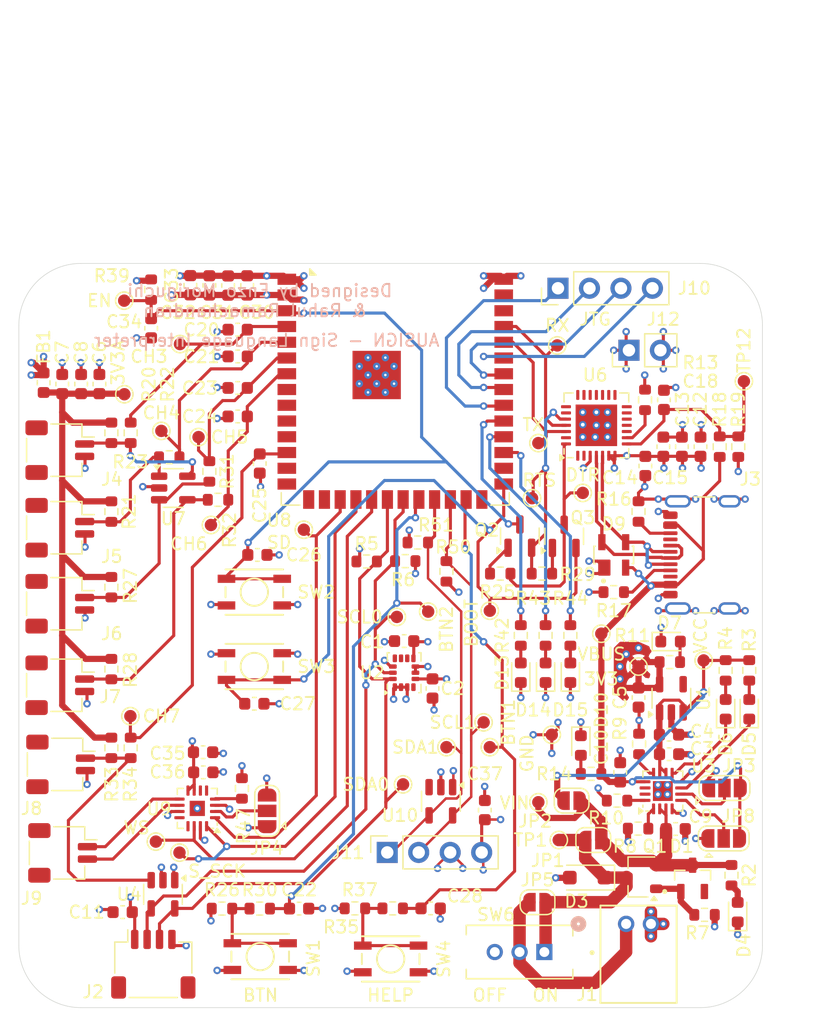
<source format=kicad_pcb>
(kicad_pcb (version 20241229) (generator "pcbnew") (generator_version "9.0")
  (layers (0 "F.Cu" signal) (4 "In1.Cu" signal) (6 "In2.Cu" signal) (2 "B.Cu" signal) (13 "F.Paste" user) (15 "B.Paste" user) (5 "F.SilkS" user "F.Silkscreen") (7 "B.SilkS" user "B.Silkscreen") (1 "F.Mask" user) (3 "B.Mask" user) (25 "Edge.Cuts" user))
  (net 0 "")
  (net 1 "VCC")
  (net 2 "Net-(D3-K)")
  (net 3 "Vin")
  (net 4 "I2C1_SCL")
  (net 5 "I2C1_SDA")
  (net 6 "I2S_SCK")
  (net 7 "I2S_WS")
  (net 8 "I2S_SD")
  (net 9 "BTN2")
  (net 10 "BTN1")
  (net 11 "ADC1_CH5")
  (net 12 "BOOT")
  (net 13 "ADC1_CH4")
  (net 14 "RTS")
  (net 15 "DTR")
  (net 16 "EN")
  (net 17 "ADC1_CH3")
  (net 19 "Net-(U6-VBUS)")
  (net 20 "TXD0")
  (net 21 "RXD0")
  (net 22 "VBUS")
  (net 23 "+3V3")
  (net 24 "I2C0_SDA")
  (net 25 "I2C0_SCL")
  (net 26 "GND")
  (net 27 "+3V3A")
  (net 28 "ADC1_CH7")
  (net 29 "ADC1_CH6")
  (net 30 "Net-(U3-ILIM)")
  (net 31 "Net-(U9-~{SD_MODE})")
  (net 34 "LED5")
  (net 35 "Net-(D15-A)")
  (net 36 "LED4")
  (net 37 "Net-(D14-A)")
  (net 38 "LED3")
  (net 39 "Net-(D13-A)")
  (net 40 "Net-(D1-A)")
  (net 41 "Net-(SW4-B)")
  (net 42 "Net-(SW1-B)")
  (net 43 "Net-(Q3-B)")
  (net 44 "Net-(Q2-B)")
  (net 45 "Net-(J3-CC1)")
  (net 46 "Net-(J3-CC2)")
  (net 47 "Net-(D10-A)")
  (net 48 "Net-(U6-~{RST})")
  (net 49 "Net-(D7-A)")
  (net 50 "Net-(U3-ISET)")
  (net 51 "Net-(U3-TS)")
  (net 52 "Net-(D5-A)")
  (net 53 "Net-(D4-A)")
  (net 54 "Net-(D6-A)")
  (net 55 "TMS")
  (net 58 "TDO")
  (net 59 "TDI")
  (net 61 "CH7")
  (net 64 "TCK")
  (net 70 "Net-(D5-K)")
  (net 71 "Net-(JP4-C)")
  (net 73 "Net-(JP3-C)")
  (net 74 "Net-(D6-K)")
  (net 77 "Net-(JP8-C)")
  (net 79 "Net-(J9-Pin_2)")
  (net 80 "Net-(J9-Pin_1)")
  (net 102 "USB_DN")
  (net 103 "USB_DP")
  (net 104 "CH6")
  (net 105 "CH5")
  (net 106 "CH4")
  (net 107 "CH3")
  (net 109 "Net-(J1-Pin_1)")
  (footprint "Resistor_SMD:R_0603_1608Metric" (layer "F.Cu") (at 215.5 69.9905 -90)
    (property "Reference" "R42")
    (property "Value" "200")
  )
  (footprint "Capacitor_SMD:C_0603_1608Metric" (layer "F.Cu") (at 181.5 49.725 90)
    (property "Reference" "C6")
    (property "Value" "10u")
  )
  (footprint "Capacitor_SMD:C_0603_1608Metric" (layer "F.Cu") (at 189.878 81.028)
    (property "Reference" "C36")
    (property "Value" "100n")
  )
  (footprint "TestPoint:TestPoint_Pad_D1.0mm" (layer "F.Cu") (at 218 78)
    (property "Reference" "GND")
    (property "Value" "TestPoint")
  )
  (footprint "Capacitor_SMD:C_0603_1608Metric" (layer "F.Cu") (at 185.674 45.225 -90)
    (property "Reference" "C34")
    (property "Value" "1u")
  )
  (footprint "LED_SMD:LED_0603_1608Metric" (layer "F.Cu") (at 233 92.3049 90)
    (property "Reference" "D4")
    (property "Value" "LTST-C190KGKT")
  )
  (footprint "Package_TO_SOT_SMD:SOT-23-5" (layer "F.Cu") (at 187.4575 58.105)
    (property "Reference" "U7")
    (property "Value" "ESDS314DBVR")
  )
  (footprint "TestPoint:TestPoint_Pad_D1.0mm" (layer "F.Cu") (at 208.026 68.072)
    (property "Reference" "BTN2")
    (property "Value" "TestPoint")
  )
  (footprint "MountingHole:MountingHole_2.2mm_M2" (layer "F.Cu") (at 179 96)
    (property "Reference" "H4" (hide yes))
    (property "Value" "MountingHole")
  )
  (footprint "Capacitor_SMD:C_0603_1608Metric" (layer "F.Cu") (at 178.5 49.725 90)
    (property "Reference" "C7")
    (property "Value" "100n")
  )
  (footprint "Capacitor_SMD:C_0603_1608Metric" (layer "F.Cu") (at 188.836 41.757 90)
    (property "Reference" "C33")
    (property "Value" "22u")
  )
  (footprint "TestPoint:TestPoint_Pad_D1.0mm" (layer "F.Cu") (at 186.055 86.614)
    (property "Reference" "WS")
    (property "Value" "TestPoint")
  )
  (footprint "LED_SMD:LED_0603_1608Metric" (layer "F.Cu") (at 232.029 75.946 90)
    (property "Reference" "D6")
    (property "Value" "LTST-C190KFKT")
  )
  (footprint "Resistor_SMD:R_0603_1608Metric" (layer "F.Cu") (at 232.5 89.325 -90)
    (property "Reference" "R2")
    (property "Value" "499")
  )
  (footprint "Package_TO_SOT_SMD:SOT-23-5" (layer "F.Cu") (at 209.05 83.3625 -90)
    (property "Reference" "U10")
    (property "Value" "ESDS314DBVR")
  )
  (footprint "LED_SMD:LED_0603_1608Metric" (layer "F.Cu") (at 219.5 73 90)
    (property "Reference" "D15")
    (property "Value" "LTST-C190KFKT")
  )
  (footprint "Connector_PinSocket_2.54mm:PinSocket_1x04_P2.54mm_Vertical" (layer "F.Cu") (at 204.724 87.487 90)
    (property "Reference" "J11")
    (property "Value" "Conn_01x04_Socket")
  )
  (footprint "Capacitor_SMD:C_0603_1608Metric" (layer "F.Cu") (at 192.659 50.038 180)
    (property "Reference" "C23")
    (property "Value" "100n")
  )
  (footprint "Resistor_SMD:R_0603_1608Metric" (layer "F.Cu") (at 190.373 56.769 -90)
    (property "Reference" "R31")
    (property "Value" "10k")
  )
  (footprint "Resistor_SMD:R_0603_1608Metric" (layer "F.Cu") (at 207.19 62.5 180)
    (property "Reference" "R51")
    (property "Value" "4k7")
  )
  (footprint "Resistor_SMD:R_0603_1608Metric" (layer "F.Cu") (at 217.202 65.0085)
    (property "Reference" "R29")
    (property "Value" "10k")
  )
  (footprint "Resistor_SMD:R_0603_1608Metric" (layer "F.Cu") (at 205.164 92 180)
    (property "Reference" "R37")
    (property "Value" "1k")
  )
  (footprint "Resistor_SMD:R_0603_1608Metric" (layer "F.Cu") (at 223 66.5 180)
    (property "Reference" "R17")
    (property "Value" "5k1")
  )
  (footprint "Capacitor_SMD:C_0603_1608Metric" (layer "F.Cu") (at 225.548 56.33 -90)
    (property "Reference" "C14")
    (property "Value" "100n")
  )
  (footprint "Capacitor_SMD:C_0603_1608Metric" (layer "F.Cu") (at 192.659 52.337 180)
    (property "Reference" "C24")
    (property "Value" "100n")
  )
  (footprint "Resistor_SMD:R_0603_1608Metric" (layer "F.Cu") (at 191.389 92.016001)
    (property "Reference" "R26")
    (property "Value" "10k")
  )
  (footprint "TestPoint:TestPoint_Pad_D1.0mm" (layer "F.Cu") (at 233.5 49.5)
    (property "Reference" "TP12")
    (property "Value" "TestPoint")
  )
  (footprint "TestPoint:TestPoint_Pad_D1.0mm" (layer "F.Cu") (at 213 79)
    (property "Reference" "BTN1")
    (property "Value" "TestPoint")
  )
  (footprint "Resistor_SMD:R_0603_1608Metric" (layer "F.Cu") (at 213.841 65.0085 180)
    (property "Reference" "R25")
    (property "Value" "10k")
  )
  (footprint "Connector_JST:JST_SH_SM02B-SRSS-TB_1x02-1MP_P1.00mm_Horizontal" (layer "F.Cu") (at 178.308 74.009 -90)
    (property "Reference" "J7")
    (property "Value" "JST_SH_2P")
  )
  (footprint "OS102011MS2QN1:OS102011MS2QN1" (layer "F.Cu") (at 215.4 95.5174 180)
    (property "Reference" "SW6")
    (property "Value" "OS102011MS2QN1")
  )
  (footprint "Package_TO_SOT_SMD:SOT-23-5" (layer "F.Cu") (at 227.65 75.0625 90)
    (property "Reference" "U1")
    (property "Value" "AP2112K-3.3")
  )
  (footprint "Capacitor_SMD:C_0603_1608Metric" (layer "F.Cu") (at 194 75.5)
    (property "Reference" "C27")
    (property "Value" "100n")
  )
  (footprint "Capacitor_SMD:C_0603_1608Metric" (layer "F.Cu") (at 223.52 81.026 90)
    (property "Reference" "C10")
    (property "Value" "1u")
  )
  (footprint "Connector_PinHeader_2.54mm:PinHeader_1x04_P2.54mm_Vertical" (layer "F.Cu") (at 218.5 42 90)
    (property "Reference" "J10")
    (property "Value" "Conn_01x04_Pin")
  )
  (footprint "Resistor_SMD:R_0603_1608Metric" (layer "F.Cu") (at 232.029 72.8085 -90)
    (property "Reference" "R4")
    (property "Value" "499")
  )
  (footprint "TestPoint:TestPoint_Pad_D1.0mm" (layer "F.Cu") (at 188 46.5)
    (property "Reference" "CH3")
    (property "Value" "TestPoint")
  )
  (footprint "Resistor_SMD:R_0603_1608Metric" (layer "F.Cu") (at 184.023 53.657 -90)
    (property "Reference" "R22")
    (property "Value" "10k")
  )
  (footprint "Package_TO_SOT_SMD:SOT-23" (layer "F.Cu") (at 215.424 61.9845 90)
    (property "Reference" "Q2")
    (property "Value" "SS8050")
  )
  (footprint "Resistor_SMD:R_0603_1608Metric" (layer "F.Cu") (at 182.467 60.007 -90)
    (property "Reference" "R21")
    (property "Value" "10k")
  )
  (footprint "Resistor_SMD:R_0603_1608Metric" (layer "F.Cu") (at 231.548 54.775 90)
    (property "Reference" "R18")
    (property "Value" "22k1")
  )
  (footprint "Connector_JST:JST_SH_SM02B-SRSS-TB_1x02-1MP_P1.00mm_Horizontal" (layer "F.Cu") (at 178.308 67.437 -90)
    (property "Reference" "J6")
    (property "Value" "JST_SH_2P")
  )
  (footprint "Capacitor_SMD:C_0603_1608Metric" (layer "F.Cu") (at 206.0895 70.447 180)
    (property "Reference" "C1")
    (property "Value" "100n")
  )
  (footprint "Resistor_SMD:R_0603_1608Metric" (layer "F.Cu") (at 230.325 92.5174)
    (property "Reference" "R7")
    (property "Value" "100k")
  )
  (footprint "TestPoint:TestPoint_Pad_D1.0mm" (layer "F.Cu") (at 187.96 87.503)
    (property "Reference" "S_SCK")
    (property "Value" "TestPoint")
  )
  (footprint "TestPoint:TestPoint_Pad_D1.0mm" (layer "F.Cu") (at 230.251 72.009)
    (property "Reference" "VCC")
    (property "Value" "TestPoint")
  )
  (footprint "Capacitor_SMD:C_0603_1608Metric" (layer "F.Cu") (at 193.421 41.77 90)
    (property "Reference" "C30")
    (property "Value" "100n")
  )
  (footprint "Capacitor_SMD:C_0603_1608Metric" (layer "F.Cu") (at 197.612 92.016001)
    (property "Reference" "C22")
    (property "Value" "100n")
  )
  (footprint "MMBZ5233BLT1G:MMBZ5233BLT1G" (layer "F.Cu") (at 229.362 89.5774 90)
    (property "Reference" "D1")
    (property "Value" "MMBZ5233BLT1G")
  )
  (footprint "TestPoint:TestPoint_Pad_D1.0mm" (layer "F.Cu") (at 218.44 46.609)
    (property "Reference" "RX")
    (property "Value" "TestPoint")
  )
  (footprint "Resistor_SMD:R_0603_1608Metric" (layer "F.Cu") (at 225.044 78.74 90)
    (property "Reference" "R9")
    (property "Value" "1.5k")
  )
  (footprint "Resistor_SMD:R_0603_1608Metric" (layer "F.Cu") (at 184.023 79.057 -90)
    (property "Reference" "R34")
    (property "Value" "10k")
  )
  (footprint "Resistor_SMD:R_0603_1608Metric" (layer "F.Cu") (at 217.5 69.9905 -90)
    (property "Reference" "R43")
    (property "Value" "200")
  )
  (footprint "Capacitor_SMD:C_0603_1608Metric" (layer "F.Cu") (at 194.437 56.134 -90)
    (property "Reference" "C25")
    (property "Value" "100n")
  )
  (footprint "Resistor_SMD:R_0603_1608Metric" (layer "F.Cu") (at 209.5 64.825 -90)
    (property "Reference" "R50")
    (property "Value" "4k7")
  )
  (footprint "PTS815SJK250SMTR:PTS815SJK250SMTR" (layer "F.Cu") (at 194 72.5)
    (property "Reference" "SW3")
    (property "Value" "PTS815SJK250SMTR")
  )
  (footprint "Resistor_SMD:R_0603_1608Metric" (layer "F.Cu") (at 187.135 55.626 180)
    (property "Reference" "R23")
    (property "Value" "10k")
  )
  (footprint "TestPoint:TestPoint_Pad_D1.0mm" (layer "F.Cu") (at 205.5 68.5)
    (property "Reference" "SCL0")
    (property "Value" "TestPoint")
  )
  (footprint "MountingHole:MountingHole_2.2mm_M2" (layer "F.Cu") (at 231 44)
    (property "Reference" "H1" (hide yes))
    (property "Value" "MountingHole")
  )
  (footprint "RF_Module:ESP32-S3-WROOM-1" (layer "F.Cu") (at 205.372 46.535)
    (property "Reference" "U8")
    (property "Value" "ESP32-S3-WROOM-1")
  )
  (footprint "Connector_USB:USB_C_Receptacle_GCT_USB4105-xx-A_16P_TopMnt_Horizontal" (layer "F.Cu") (at 231.268 63.5 90)
    (property "Reference" "J3")
    (property "Value" "USB4105-GF-A")
  )
  (footprint "Capacitor_SMD:C_0603_1608Metric" (layer "F.Cu") (at 208.225 92)
    (property "Reference" "C28")
    (property "Value" "100n")
  )
  (footprint "Resistor_SMD:R_0603_1608Metric" (layer "F.Cu") (at 193 82.328 -90)
    (property "Reference" "R47")
    (property "Value" "634k")
  )
  (footprint "Capacitor_SMD:C_0603_1608Metric" (layer "F.Cu") (at 227.459 77.9944)
    (property "Reference" "C4")
    (property "Value" "1u")
  )
  (footprint "Capacitor_SMD:C_0603_1608Metric" (layer "F.Cu") (at 194.2479 63.5)
    (property "Reference" "C26")
    (property "Value" "100n")
  )
  (footprint "Package_DFN_QFN:VQFN-16-1EP_3x3mm_P0.5mm_EP1.6x1.6mm" (layer "F.Cu") (at 226.961 82.538 90)
    (property "Reference" "U3")
    (property "Value" "BQ24074RGT")
  )
  (footprint "Inductor_SMD:L_0603_1608Metric" (layer "F.Cu") (at 177 49.6175 -90)
    (property "Reference" "FB1")
    (property "Value" "BLM18AG601SN1D")
  )
  (footprint "Jumper:SolderJumper-2_P1.3mm_Open_RoundedPad1.0x1.5mm" (layer "F.Cu") (at 219.598 83.312 180)
    (property "Reference" "JP2")
    (property "Value" "SolderJumper_2_Open")
  )
  (footprint "Resistor_SMD:R_0603_1608Metric" (layer "F.Cu") (at 227.523 72.1415)
    (property "Reference" "R11")
    (property "Value" "200")
  )
  (footprint "Jumper:SolderJumper-2_P1.3mm_Open_RoundedPad1.0x1.5mm" (layer "F.Cu") (at 216.85 91.5)
    (property "Reference" "JP5")
    (property "Value" "SolderJumper_2_Open")
  )
  (footprint "Capacitor_SMD:C_0603_1608Metric" (layer "F.Cu") (at 212.598 84.074 90)
    (property "Reference" "C37")
    (property "Value" "100n")
  )
  (footprint "Package_TO_SOT_SMD:SOT-23W" (layer "F.Cu") (at 225.228 89.4674 180)
    (property "Reference" "Q1")
    (property "Value" "IRLML6402TRPBF")
  )
  (footprint "Resistor_SMD:R_0603_1608Metric" (layer "F.Cu") (at 223.266 83.312 180)
    (property "Reference" "R10")
    (property "Value" "1.5k")
  )
  (footprint "TestPoint:TestPoint_Pad_D1.0mm" (layer "F.Cu") (at 221.996 69.85)
    (property "Reference" "VBUS")
    (property "Value" "TestPoint")
  )
  (footprint "Capacitor_SMD:C_0603_1608Metric" (layer "F.Cu") (at 227.048 51 90)
    (property "Reference" "C18")
    (property "Value" "1u")
  )
  (footprint "TestPoint:TestPoint_Pad_D1.0mm" (layer "F.Cu") (at 216.408 58.928)
    (property "Reference" "RTS")
    (property "Value" "TestPoint")
  )
  (footprint "Resistor_SMD:R_0603_1608Metric" (layer "F.Cu") (at 202.116 92)
    (property "Reference" "R35")
    (property "Value" "10k")
  )
  (footprint "SP0503BAHTG:SP0503BAHTG" (layer "F.Cu") (at 223 63.5)
    (property "Reference" "D9")
    (property "Value" "SP0503BAHT")
  )
  (footprint "Resistor_SMD:R_0603_1608Metric" (layer "F.Cu") (at 191.071 59.055 180)
    (property "Reference" "R32")
    (property "Value" "10k")
  )
  (footprint "Jumper:SolderJumper-3_P1.3mm_Open_RoundedPad1.0x1.5mm" (layer "F.Cu") (at 231.932 82.296)
    (property "Reference" "JP3")
    (property "Value" "SolderJumper_3_Open")
  )
  (footprint "Capacitor_SMD:C_0603_1608Metric" (layer "F.Cu") (at 227.4665 79.566)
    (property "Reference" "C3")
    (property "Value" "4u7")
  )
  (footprint "Connector_JST:JST_SH_SM02B-SRSS-TB_1x02-1MP_P1.00mm_Horizontal" (layer "F.Cu") (at 178.373 80.389 -90)
    (property "Reference" "J8")
    (property "Value" "JST_SH_2P")
  )
  (footprint "Capacitor_SMD:C_0603_1608Metric" (layer "F.Cu") (at 225 75 -90)
    (property "Reference" "C5")
    (property "Value" "1u")
  )
  (footprint "Resistor_SMD:R_0603_1608Metric" (layer "F.Cu") (at 182.467 53.657 -90)
    (property "Reference" "R20")
    (property "Value" "10k")
  )
  (footprint "TestPoint:TestPoint_Pad_D1.0mm" (layer "F.Cu") (at 209.5 79)
    (property "Reference" "SDA1")
    (property "Value" "TestPoint")
  )
  (footprint "Capacitor_SMD:C_0603_1608Metric" (layer "F.Cu") (at 180.024 49.725 90)
    (property "Reference" "C8")
    (property "Value" "100n")
  )
  (footprint "Connector_JST:JST_SH_SM04B-SRSS-TB_1x04-1MP_P1.00mm_Horizontal" (layer "F.Cu") (at 185.85 96.5)
    (property "Reference" "J2")
    (property "Value" "JST_SH_4P")
  )
  (footprint "Capacitor_SMD:C_0603_1608Metric" (layer "F.Cu") (at 227.993 85.598)
    (property "Reference" "C9")
    (property "Value" "4u7")
  )
  (footprint "Resistor_SMD:R_0603_1608Metric" (layer "F.Cu") (at 224.965 85.5676 180)
    (property "Reference" "R8")
    (property "Value" "10k")
  )
  (footprint "MountingHole:MountingHole_2.2mm_M2" (layer "F.Cu") (at 178.85 44)
    (property "Reference" "H2" (hide yes))
    (property "Value" "MountingHole")
  )
  (footprint "Resistor_SMD:R_0603_1608Metric" (layer "F.Cu") (at 221.171 81.153 180)
    (property "Reference" "R14")
    (property "Value" "1k")
  )
  (footprint "TestPoint:TestPoint_Pad_D1.0mm" (layer "F.Cu") (at 206 82)
    (property "Reference" "SDA0")
    (property "Value" "TestPoint")
  )
  (footprint "TestPoint:TestPoint_Pad_D1.0mm" (layer "F.Cu") (at 218.567 86.487)
    (property "Reference" "TP1")
    (property "Value" "TestPoint")
  )
  (footprint "Connector_JST:JST_SH_SM02B-SRSS-TB_1x02-1MP_P1.00mm_Horizontal" (layer "F.Cu") (at 178.308 55.055 -90)
    (property "Reference" "J4")
    (property "Value" "JST_SH_2P")
  )
  (footprint "Connector_PinHeader_2.54mm:PinHeader_1x02_P2.54mm_Vertical" (layer "F.Cu") (at 224.225 47 90)
    (property "Reference" "J12")
    (property "Value" "Conn_01x02_Pin")
  )
  (footprint "Jumper:SolderJumper-2_P1.3mm_Open_RoundedPad1.0x1.5mm" (layer "F.Cu") (at 221.346 86.487)
    (property "Reference" "JP1")
    (property "Value" "SolderJumper_2_Open")
  )
  (footprint "Capacitor_SMD:C_0603_1608Metric" (layer "F.Cu") (at 192.659 47.498 180)
    (property "Reference" "C21")
    (property "Value" "100n")
  )
  (footprint "Resistor_SMD:R_0603_1608Metric" (layer "F.Cu") (at 219.5 69.9905 -90)
    (property "Reference" "R44")
    (property "Value" "200")
  )
  (footprint "PTS815SJK250SMTR:PTS815SJK250SMTR" (layer "F.Cu") (at 194 66.5 180)
    (property "Reference" "SW2")
    (property "Value" "PTS815SJK250SMTR")
  )
  (footprint "Capacitor_SMD:C_0603_1608Metric" (layer "F.Cu") (at 183.375 92.3 180)
    (property "Reference" "C11")
    (property "Value" "100n")
  )
  (footprint "TestPoint:TestPoint_Pad_D1.0mm" (layer "F.Cu") (at 184 76.5)
    (property "Reference" "CH7")
    (property "Value" "TestPoint")
  )
  (footprint "Resistor_SMD:R_0603_1608Metric" (layer "F.Cu") (at 225.524 51 -90)
    (property "Reference" "R13")
    (property "Value" "1k")
  )
  (footprint "TestPoint:TestPoint_Pad_D1.0mm" (layer "F.Cu") (at 212.5 77)
    (property "Reference" "SCL1")
    (property "Value" "TestPoint")
  )
  (footprint "TestPoint:TestPoint_Pad_D1.0mm" (layer "F.Cu") (at 190.5 61.087)
    (property "Reference" "CH6")
    (property "Value" "TestPoint")
  )
  (footprint "Capacitor_SMD:C_0603_1608Metric" (layer "F.Cu") (at 191.884 41.783 90)
    (property "Reference" "C31")
    (property "Value" "100n")
  )
  (footprint "TestPoint:TestPoint_Pad_D1.0mm" (layer "F.Cu") (at 216.916 83.439)
    (property "Reference" "VIN")
    (property "Value" "TestPoint")
  )
  (footprint "Resistor_SMD:R_0603_1608Metric" (layer "F.Cu") (at 206.175 64 180)
    (property "Reference" "R6")
    (property "Value" "4k7")
  )
  (footprint "TestPoint:TestPoint_Pad_D1.0mm" (layer "F.Cu") (at 197.993 61.468)
    (property "Reference" "SD")
    (property "Value" "TestPoint")
  )
  (footprint "PTS815SJK250SMTR:PTS815SJK250SMTR" (layer "F.Cu") (at 194.4751 95.885 180)
    (property "Reference" "SW1")
    (property "Value" "PTS815SJK250SMTR")
  )
  (footprint "TestPoint:TestPoint_Pad_D1.0mm" (layer "F.Cu") (at 183.515 50.546)
    (property "Reference" "3V3A")
    (property "Value" "TestPoint")
  )
  (footprint "Jumper:SolderJumper-3_P1.3mm_Open_RoundedPad1.0x1.5mm" (layer "F.Cu") (at 231.872 86.36)
    (property "Reference" "JP8")
    (property "Value" "SolderJumper_3_Open")
  )
  (footprint "LED_SMD:LED_0603_1608Metric" (layer "F.Cu") (at 215.5 73 90)
    (property "Reference" "D13")
    (property "Value" "LTST-C190KFKT")
  )
  (footprint "Resistor_SMD:R_0603_1608Metric" (layer "F.Cu") (at 225 60 90)
    (property "Reference" "R16")
    (property "Value" "5k1")
  )
  (footprint "Diode_SMD:D_SOD-123F" (layer "F.Cu") (at 220.853 89.5174 180)
    (property "Reference" "D3")
    (property "Value" "SMF5.0A")
  )
  (footprint "Package_TO_SOT_SMD:SOT-23" (layer "F.Cu") (at 219 62 90)
    (property "Reference" "Q3")
    (property "Value" "SS8050")
  )
  (footprint "Jumper:SolderJumper-3_P1.3mm_Open_RoundedPad1.0x1.5mm" (layer "F.Cu") (at 195.032 84.136 90)
    (property "Reference" "JP4")
    (property "Value" "SolderJumper_3_Open")
  )
  (footprint "Connector_JST:JST_SH_SM02B-SRSS-TB_1x02-1MP_P1.00mm_Horizontal" (layer "F.Cu") (at 178.308 61.309 -90)
    (property "Reference" "J5")
    (property "Value" "JST_SH_2P")
  )
  (footprint "Package_DFN_QFN:QFN-28-1EP_5x5mm_P0.5mm_EP3.35x3.35mm" (layer "F.Cu") (at 221.598 53.052 90)
    (property "Reference" "U6")
    (property "Value" "CP2102N-A02-GQFN28")
  )
  (footprint "Resistor_SMD:R_0603_1608Metric" (layer "F.Cu") (at 233.934 72.8085 -90)
    (property "Reference" "R3")
    (property "Value" "499")
  )
  (footprint "JST_PH_2P:JST_PH_2P" (layer "F.Cu") (at 223.999999 93.25)
    (property "Reference" "J1")
    (property "Value" "JST_PH_2P")
  )
  (footprint "Resistor_SMD:R_0603_1608Metric" (layer "F.Cu") (at 182.467 72.707 -90)
    (property "Reference" "R28")
    (property "Value" "10k")
  )
  (footprint "Capacitor_SMD:C_0603_1608Metric" (layer "F.Cu") (at 228.5 54.775 90)
    (property "Reference" "C13")
    (property "Value" "4u7")
  )
  (footprint "LED_SMD:LED_0603_1608Metric" (layer "F.Cu") (at 227.584 70.485)
    (property "Reference" "D7")
    (property "Value" "LTST-C190KGKT")
  )
  (footprint "Capacitor_SMD:C_0603_1608Metric" (layer "F.Cu") (at 208.3755 74.27 -90)
    (property "Reference" "C2")
    (property "Value" "100n")
  )
  (footprint "Resistor_SMD:R_0603_1608Metric" (layer "F.Cu") (at 233.048 54.775 -90)
    (property "Reference" "R19")
    (property "Value" "47k5")
  )
  (footprint "LED_SMD:LED_0603_1608Metric" (layer "F.Cu") (at 233.934 75.946 90)
    (property "Reference" "D5")
    (property "Value" "LTST-C190KFKT")
  )
  (footprint "TestPoint:TestPoint_Pad_D1.0mm" (layer "F.Cu") (at 225 72.5)
    (property "Reference" "3V3")
    (property "Value" "TestPoint")
  )
  (footprint "Resistor_SMD:R_0603_1608Metric" (layer "F.Cu") (at 194.437 92.016001 180)
    (property "Reference" "R30")
    (property "Value" "1k")
  )
  (footprint "Capacitor_SMD:C_0603_1608Metric" (layer "F.Cu") (at 190.373 41.77 90)
    (property "Reference" "C32")
    (property "Value" "22u")
  )
  (footprint "TestPoint:TestPoint_Pad_D1.0mm" (layer "F.Cu") (at 189.5 54)
    (property "Reference" "CH5")
    (property "Value" "TestPoint")
  )
  (footprint "TestPoint:TestPoint_Pad_D1.0mm" (layer "F.Cu") (at 183.5 43)
    (property "Reference" "EN")
    (property "Value" "TestPoint")
  )
  (footprint "TestPoint:TestPoint_Pad_D1.0mm" (layer "F.Cu") (at 213 68)
    (property "Reference" "BOOT")
    (property "Value" "TestPoint")
  )
  (footprint "TestPoint:TestPoint_Pad_D1.0mm" (layer "F.Cu") (at 216.916 54.483)
    (property "Reference" "TX")
    (property "Value" "TestPoint")
  )
  (footprint "PTS815SJK250SMTR:PTS815SJK250SMTR" (layer "F.Cu") (at 205 96.074999 180)
    (property "Reference" "SW4")
    (property "Value" "PTS815SJK250SMTR")
  )
  (footprint "Capacitor_SMD:C_0603_1608Metric" (layer "F.Cu") (at 227 54.775 90)
    (property "Reference" "C15")
    (property "Value" "100n")
  )
  (footprint "Resistor_SMD:R_0603_1608Metric" (layer "F.Cu") (at 182.467 66.103 -90)
    (property "Reference" "R27")
    (property "Value" "10k")
  )
  (footprint "MountingHole:MountingHole_2.2mm_M2" (layer "F.Cu") (at 231 96)
    (property "Reference" "H3" (hide yes))
    (property "Value" "MountingHole")
  )
  (footprint "Resistor_SMD:R_0603_1608Metric" (layer "F.Cu") (at 203.064 64.03)
    (property "Reference" "R5")
    (property "Value" "4k7")
  )
  (footprint "Connector_JST:JST_SH_SM02B-SRSS-TB_1x02-1MP_P1.00mm_Horizontal" (layer "F.Cu") (at 178.532 87.525 -90)
    (property "Reference" "J9")
    (property "Value" "JST_SH_2P")
  )
  (footprint "Capacitor_SMD:C_0603_1608Metric" (layer "F.Cu") (at 189.865 79.407)
    (property "Reference" "C35")
    (property "Value" "10u")
  )
  (footprint "Capacitor_SMD:C_0603_1608Metric" (layer "F.Cu") (at 230 54.775 90)
    (property "Reference" "C12")
    (property "Value" "4u7")
  )
  (footprint "Package_LGA:LGA-14_3x2.5mm_P0.5mm_LayoutBorder3x4y" (layer "F.Cu") (at 206.0875 73 90)
    (property "Reference" "U2")
    (property "Value" "LSM6DSOTR")
  )
  (footprint "Package_TO_SOT_SMD:SOT-23-5" (layer "F.Cu") (at 186.629 90.8625 -90)
    (property "Reference" "U4")
    (property "Value" "ESDS314DBVR")
  )
  (footprint "Resistor_SMD:R_0603_1608Metric" (layer "F.Cu") (at 185.674 42.114 -90)
    (property "Reference" "R39")
    (property "Value" "10k")
  )
  (footprint "Package_DFN_QFN:TQFN-16-1EP_3x3mm_P0.5mm_EP1.23x1.23mm" (layer "F.Cu") (at 189.3975 83.937 180)
    (property "Reference" "U9")
    (property "Value" "MAX98357A")
  )
  (footprint "TestPoint:TestPoint_Pad_D1.0mm" (layer "F.Cu") (at 186.5 53.5)
    (property "Reference" "CH4")
    (property "Value" "TestPoint")
  )
  (footprint "Capacitor_SMD:C_0603_1608Metric" (layer "F.Cu") (at 192.659 45.339 180)
    (property "Reference" "C20")
    (property "Value" "100n")
  )
  (footprint "Resistor_SMD:R_0603_1608Metric" (layer "F.Cu") (at 182.467 79.057 -90)
    (property "Reference" "R33")
    (property "Value" "10k")
  )
  (footprint "LED_SMD:LED_0603_1608Metric" (layer "F.Cu") (at 220.345 78.867 -90)
    (property "Reference" "D10")
    (property "Value" "LTST-C190KGKT")
  )
  (footprint "TestPoint:TestPoint_Pad_D1.0mm" (layer "F.Cu") (at 220.5 58.5)
    (property "Reference" "DTR")
    (property "Value" "TestPoint")
  )
  (footprint "LED_SMD:LED_0603_1608Metric" (layer "F.Cu") (at 217.5 73 90)
    (property "Reference" "D14")
    (property "Value" "LTST-C190KFKT")
  )
  (gr_line (start 180 40) (end 230 40) (stroke (width 0.05)) (layer "Edge.Cuts"))
  (gr_arc (start 175 45) (mid 176.464466 41.464466) (end 180 40) (stroke (width 0.05)) (layer "Edge.Cuts"))
  (gr_line (start 235 95) (end 235 45) (stroke (width 0.05)) (layer "Edge.Cuts"))
  (gr_line (start 175 95) (end 175 45) (stroke (width 0.05)) (layer "Edge.Cuts"))
  (gr_line (start 180 100) (end 230 100) (stroke (width 0.05)) (layer "Edge.Cuts"))
  (gr_arc (start 230 40) (mid 233.535534 41.464466) (end 235 45) (stroke (width 0.05)) (layer "Edge.Cuts"))
  (gr_arc (start 180 100) (mid 176.464466 98.535534) (end 175 95) (stroke (width 0.05)) (layer "Edge.Cuts"))
  (gr_arc (start 235 95) (mid 233.535534 98.535534) (end 230 100) (stroke (width 0.05)) (layer "Edge.Cuts"))
  (gr_text "OFF\n" (at 213 99 0) (layer "F.SilkS") (effects (font (size 1 1))))
  (gr_text "BTN" (at 194.5 99 0) (layer "F.SilkS") (effects (font (size 1 1))))
  (gr_text "JTG" (at 221.5 44.5 0) (layer "F.SilkS") (effects (font (size 1 1))))
  (gr_text "ON" (at 217.5 99 0) (layer "F.SilkS") (effects (font (size 1 1))))
  (gr_text "HELP" (at 205 99 0) (layer "F.SilkS") (effects (font (size 1 1))))
  (gr_text "Designed by Enzo Moriguchi \n& Rahul Ramachandran" (at 194.056 43 0) (layer "B.SilkS") (effects (font (size 1 1)) (justify mirror)))
  (gr_text "AUSIGN - Sign Language Interpreter" (at 195 46.2 0) (layer "B.SilkS") (effects (font (size 1 1)) (justify mirror)))
  (segment (start 226.684 79.5585) (end 226.6915 79.566) (width 0.5) (layer "F.Cu") (net 1))
  (segment (start 227.211 81.1005) (end 226.7555 80.645) (width 0.25) (layer "F.Cu") (net 1))
  (segment (start 227.026001 75.2115) (end 226.7 75.537501) (width 0.25) (layer "F.Cu") (net 1))
  (segment (start 226.711 79.5855) (end 226.6915 79.566) (width 0.25) (layer "F.Cu") (net 1))
  (segment (start 226.684 77.9944) (end 226.684 76.216) (width 0.5) (layer "F.Cu") (net 1))
  (segment (start 230.251 74.549) (end 230.251 72.009) (width 0.25) (layer "F.Cu") (net 1))
  (segment (start 232.0035 72.009) (end 232.029 71.9835) (width 0.25) (layer "F.Cu") (net 1))
  (segment (start 226.7555 80.645) (end 226.711 80.645) (width 0.25) (layer "F.Cu") (net 1))
  (segment (start 228.6 76.2) (end 228.6 75.537501) (width 0.25) (layer "F.Cu") (net 1))
  (segment (start 226.711 80.645) (end 226.711 79.5855) (width 0.25) (layer "F.Cu") (net 1))
  (segment (start 218.44 82.804) (end 218.948 83.312) (width 0.5) (layer "F.Cu") (net 1))
  (segment (start 226.7 75.537501) (end 226.7 76.2) (width 0.25) (layer "F.Cu") (net 1))
  (segment (start 226.711 81.1005) (end 226.711 80.645) (width 0.25) (layer "F.Cu") (net 1))
  (segment (start 228.6 75.537501) (end 228.273999 75.2115) (width 0.25) (layer "F.Cu") (net 1))
  (segment (start 230.251 72.009) (end 232.0035 72.009) (width 0.25) (layer "F.Cu") (net 1))
  (segment (start 232.029 71.9835) (end 233.934 71.9835) (width 0.25) (layer "F.Cu") (net 1))
  (segment (start 218.44 81.28) (end 218.44 82.804) (width 0.5) (layer "F.Cu") (net 1))
  (segment (start 228.6 76.2) (end 230.251 74.549) (width 0.25) (layer "F.Cu") (net 1))
  (segment (start 228.273999 75.2115) (end 227.026001 75.2115) (width 0.25) (layer "F.Cu") (net 1))
  (segment (start 226.684 76.216) (end 226.7 76.2) (width 0.5) (layer "F.Cu") (net 1))
  (segment (start 226.684 77.9944) (end 226.684 79.5585) (width 0.5) (layer "F.Cu") (net 1))
  (via (at 218.44 81.28) (size 0.6) (drill 0.3) (layers "F.Cu" "B.Cu") (net 1))
  (via (at 230.251 74.549) (size 0.6) (drill 0.3) (layers "F.Cu" "B.Cu") (net 1))
  (segment (start 230.251 74.549) (end 230.251 74.928149) (width 0.25) (layer "B.Cu") (net 1))
  (segment (start 230.251 74.928149) (end 223.899149 81.28) (width 0.25) (layer "B.Cu") (net 1))
  (segment (start 223.899149 81.28) (end 218.44 81.28) (width 0.25) (layer "B.Cu") (net 1))
  (segment (start 224.028 89.4674) (end 224.028 90.2197) (width 1) (layer "F.Cu") (net 2))
  (segment (start 217.5 95.4174) (end 217.5 91.5) (width 1) (layer "F.Cu") (net 2))
  (segment (start 218.567 86.487) (end 220.696 86.487) (width 1) (layer "F.Cu") (net 2))
  (segment (start 222.7477 91.5) (end 217.5 91.5) (width 1) (layer "F.Cu") (net 2))
  (segment (start 224.028 90.2197) (end 222.7477 91.5) (width 1) (layer "F.Cu") (net 2))
  (segment (start 223.978 89.5174) (end 224.028 89.4674) (width 1) (layer "F.Cu") (net 2))
  (segment (start 222.253 89.5174) (end 223.978 89.5174) (width 1) (layer "F.Cu") (net 2))
  (segment (start 220.696 87.9604) (end 220.696 86.487) (width 1) (layer "F.Cu") (net 2))
  (segment (start 222.253 89.5174) (end 220.696 87.9604) (width 1) (layer "F.Cu") (net 2))
  (segment (start 217.4 95.5174) (end 217.5 95.4174) (width 1) (layer "F.Cu") (net 2))
  (segment (start 227.211 83.9755) (end 227.211 84.463) (width 0.25) (layer "F.Cu") (net 3))
  (segment (start 217.551 84.709) (end 219.837 84.709) (width 0.5) (layer "F.Cu") (net 3))
  (segment (start 216.916 83.439) (end 216.916 84.074) (width 0.5) (layer "F.Cu") (net 3))
  (segment (start 219.837 84.709) (end 220.248 84.298) (width 0.5) (layer "F.Cu") (net 3))
  (segment (start 227.218 84.47) (end 227.218 85.598) (width 0.25) (layer "F.Cu") (net 3))
  (segment (start 221.996 86.487) (end 221.996 85.06) (width 1) (layer "F.Cu") (net 3))
  (segment (start 229.3794 88.5) (end 229.362 88.5174) (width 0.5) (layer "F.Cu") (net 3))
  (segment (start 226.428 88.5174) (end 229.362 88.5174) (width 1) (layer "F.Cu") (net 3))
  (segment (start 226.711 83.9755) (end 226.7235 83.9755) (width 0.25) (layer "F.Cu") (net 3))
  (segment (start 223.677688 88.168688) (end 221.996 86.487) (width 1) (layer "F.Cu") (net 3))
  (segment (start 226.079288 88.168688) (end 223.677688 88.168688) (width 1) (layer "F.Cu") (net 3))
  (segment (start 226.7235 83.9755) (end 227.218 84.47) (width 0.25) (layer "F.Cu") (net 3))
  (segment (start 227.218 87.7274) (end 227.218 85.598) (width 1) (layer "F.Cu") (net 3))
  (segment (start 226.428 88.5174) (end 226.079288 88.168688) (width 1) (layer "F.Cu") (net 3))
  (segment (start 232.5 88.5) (end 229.3794 88.5) (width 0.5) (layer "F.Cu") (net 3))
  (segment (start 220.248 84.298) (end 220.248 83.312) (width 0.5) (layer "F.Cu") (net 3))
  (segment (start 216.916 84.074) (end 217.551 84.709) (width 0.5) (layer "F.Cu") (net 3))
  (segment (start 221.996 85.06) (end 220.248 83.312) (width 1) (layer "F.Cu") (net 3))
  (segment (start 226.428 88.5174) (end 227.218 87.7274) (width 1) (layer "F.Cu") (net 3))
  (segment (start 227.211 84.463) (end 227.218 84.47) (width 0.25) (layer "F.Cu") (net 3))
  (segment (start 209.5 64) (end 209.5 63) (width 0.25) (layer "F.Cu") (net 4))
  (segment (start 209.5 63) (end 209.817 62.683) (width 0.25) (layer "F.Cu") (net 4))
  (segment (start 207.264 87.487) (end 210 84.751) (width 0.2) (layer "F.Cu") (net 4))
  (segment (start 211.5 83) (end 211.5 78.5) (width 0.2) (layer "F.Cu") (net 4))
  (segment (start 209.817 62.683) (end 209.817 59.035) (width 0.25) (layer "F.Cu") (net 4))
  (segment (start 211.5 78.5) (end 211.5 66) (width 0.2) (layer "F.Cu") (net 4))
  (segment (start 211.5 66) (end 209.5 64) (width 0.2) (layer "F.Cu") (net 4))
  (segment (start 210 84.751) (end 210 84.5) (width 0.2) (layer "F.Cu") (net 4))
  (segment (start 210 84.5) (end 211.5 83) (width 0.2) (layer "F.Cu") (net 4))
  (segment (start 212.5 77) (end 211.5 78) (width 0.2) (layer "F.Cu") (net 4))
  (segment (start 211.5 78) (end 211.5 78.5) (width 0.2) (layer "F.Cu") (net 4))
  (segment (start 204.724 87.487) (end 205.113 87.487) (width 0.2) (layer "F.Cu") (net 5))
  (segment (start 209.4615 83.1385) (end 210.320256 83.1385) (width 0.2) (layer "F.Cu") (net 5))
  (segment (start 210.320256 83.1385) (end 210.693 82.765756) (width 0.2) (layer "F.Cu") (net 5))
  (segment (start 208.1 84.5) (end 209.4615 83.1385) (width 0.2) (layer "F.Cu") (net 5))
  (segment (start 210.693 68.067418) (end 208.015 65.389418) (width 0.2) (layer "F.Cu") (net 5))
  (segment (start 208.015 65.389418) (end 208.015 62.5) (width 0.2) (layer "F.Cu") (net 5))
  (segment (start 210.193 79) (end 210.693 79.5) (width 0.2) (layer "F.Cu") (net 5))
  (segment (start 208.015 62.5) (end 208.547 61.968) (width 0.25) (layer "F.Cu") (net 5))
  (segment (start 210.693 82.765756) (end 210.693 79.5) (width 0.2) (layer "F.Cu") (net 5))
  (segment (start 209.5 79) (end 210.193 79) (width 0.2) (layer "F.Cu") (net 5))
  (segment (start 210.693 79.5) (end 210.693 68.067418) (width 0.2) (layer "F.Cu") (net 5))
  (segment (start 205.113 87.487) (end 208.1 84.5) (width 0.2) (layer "F.Cu") (net 5))
  (segment (start 208.547 61.968) (end 208.547 59.035) (width 0.25) (layer "F.Cu") (net 5))
  (segment (start 190.1475 85.3745) (end 191.773 87) (width 0.25) (layer "F.Cu") (net 6))
  (segment (start 200.513 61.719) (end 202.197 60.035) (width 0.25) (layer "F.Cu") (net 6))
  (segment (start 188.5 88) (end 188.003 87.503) (width 0.25) (layer "F.Cu") (net 6))
  (segment (start 200.513 82.987) (end 200.513 61.719) (width 0.25) (layer "F.Cu") (net 6))
  (segment (start 196.5 87) (end 200.513 82.987) (width 0.25) (layer "F.Cu") (net 6))
  (segment (start 189.5 88) (end 188.5 88) (width 0.25) (layer "F.Cu") (net 6))
  (segment (start 191.773 87) (end 196.5 87) (width 0.25) (layer "F.Cu") (net 6))
  (segment (start 188.003 87.503) (end 187.96 87.503) (width 0.25) (layer "F.Cu") (net 6))
  (segment (start 202.197 60.035) (end 202.197 59.035) (width 0.25) (layer "F.Cu") (net 6))
  (via (at 191.773 87) (size 0.6) (drill 0.3) (layers "F.Cu" "B.Cu") (net 6))
  (via (at 189.5 88) (size 0.6) (drill 0.3) (layers "F.Cu" "B.Cu") (net 6))
  (segment (start 190.773 88) (end 191.773 87) (width 0.25) (layer "B.Cu") (net 6))
  (segment (start 189.5 88) (end 190.773 88) (width 0.25) (layer "B.Cu") (net 6))
  (segment (start 201.5 83.736974) (end 201.5 62.002) (width 0.25) (layer "F.Cu") (net 7))
  (segment (start 186.169 86.5) (end 189.114702 86.5) (width 0.25) (layer "F.Cu") (net 7))
  (segment (start 189.114702 86.5) (end 189.1475 86.532798) (width 0.25) (layer "F.Cu") (net 7))
  (segment (start 201.5 62.002) (end 203.467 60.035) (width 0.25) (layer "F.Cu") (net 7))
  (segment (start 203.467 60.035) (end 203.467 59.035) (width 0.25) (layer "F.Cu") (net 7))
  (segment (start 189.1475 86.532798) (end 190.614702 88) (width 0.25) (layer "F.Cu") (net 7))
  (segment (start 189.1475 85.3745) (end 189.1475 86.532798) (width 0.25) (layer "F.Cu") (net 7))
  (segment (start 197.236974 88) (end 201.5 83.736974) (width 0.25) (layer "F.Cu") (net 7))
  (segment (start 190.614702 88) (end 197.236974 88) (width 0.25) (layer "F.Cu") (net 7))
  (segment (start 186.055 86.614) (end 186.169 86.5) (width 0.25) (layer "F.Cu") (net 7))
  (segment (start 192.415 86.267) (end 195.626212 86.267) (width 0.25) (layer "F.Cu") (net 8))
  (segment (start 190.835 84.687) (end 192.415 86.267) (width 0.25) (layer "F.Cu") (net 8))
  (segment (start 198.487 61.962) (end 199 61.962) (width 0.25) (layer "F.Cu") (net 8))
  (segment (start 195.626212 86.267) (end 199 82.893212) (width 0.25) (layer "F.Cu") (net 8))
  (segment (start 198.025 61.5) (end 198.487 61.962) (width 0.25) (layer "F.Cu") (net 8))
  (segment (start 198 61.5) (end 198.025 61.5) (width 0.25) (layer "F.Cu") (net 8))
  (segment (start 199 61.962) (end 200.927 60.035) (width 0.25) (layer "F.Cu") (net 8))
  (segment (start 200.927 60.035) (end 200.927 59.035) (width 0.25) (layer "F.Cu") (net 8))
  (segment (start 199 82.893212) (end 199 61.962) (width 0.25) (layer "F.Cu") (net 8))
  (segment (start 196.837 92.016001) (end 195.262 92.016001) (width 0.25) (layer "F.Cu") (net 9))
  (segment (start 208.026 68.072) (end 208.026 68.026) (width 0.25) (layer "F.Cu") (net 9))
  (segment (start 208.026 68.026) (end 207.385298 67.385298) (width 0.25) (layer "F.Cu") (net 9))
  (segment (start 207 59.312) (end 207.277 59.035) (width 0.25) (layer "F.Cu") (net 9))
  (segment (start 196.837 92.016001) (end 196.837 91.163) (width 0.25) (layer "F.Cu") (net 9))
  (segment (start 207 60.5) (end 207 59.312) (width 0.25) (layer "F.Cu") (net 9))
  (segment (start 207.385298 67.385298) (end 205.5 67.385298) (width 0.25) (layer "F.Cu") (net 9))
  (segment (start 196.837 91.163) (end 197 91) (width 0.25) (layer "F.Cu") (net 9))
  (via (at 197 91) (size 0.6) (drill 0.3) (layers "F.Cu" "B.Cu") (net 9))
  (via (at 205.5 67.385298) (size 0.6) (drill 0.3) (layers "F.Cu" "B.Cu") (net 9))
  (via (at 207 60.5) (size 0.6) (drill 0.3) (layers "F.Cu" "B.Cu") (net 9))
  (segment (start 202 86) (end 202 70.885298) (width 0.25) (layer "B.Cu") (net 9))
  (segment (start 206.5 60.5) (end 207 60.5) (width 0.25) (layer "B.Cu") (net 9))
  (segment (start 205.5 61.5) (end 206.5 60.5) (width 0.25) (layer "B.Cu") (net 9))
  (segment (start 205.5 67.385298) (end 205.5 61.5) (width 0.25) (layer "B.Cu") (net 9))
  (segment (start 202 70.885298) (end 205.5 67.385298) (width 0.25) (layer "B.Cu") (net 9))
  (segment (start 197 91) (end 202 86) (width 0.25) (layer "B.Cu") (net 9))
  (segment (start 213.5 90.5) (end 215 89) (width 0.25) (layer "F.Cu") (net 10))
  (segment (start 208.95 90.5) (end 213.5 90.5) (width 0.25) (layer "F.Cu") (net 10))
  (segment (start 205.989 92) (end 207.45 92) (width 0.25) (layer "F.Cu") (net 10))
  (segment (start 214 79) (end 215 80) (width 0.25) (layer "F.Cu") (net 10))
  (segment (start 213 79) (end 214 79) (width 0.25) (layer "F.Cu") (net 10))
  (segment (start 214 72) (end 212.5 70.5) (width 0.25) (layer "F.Cu") (net 10))
  (segment (start 207.45 92) (end 208.95 90.5) (width 0.25) (layer "F.Cu") (net 10))
  (segment (start 214 79) (end 214 72) (width 0.25) (layer "F.Cu") (net 10))
  (segment (start 211 63) (end 211 59.122) (width 0.25) (layer "F.Cu") (net 10))
  (segment (start 211 59.122) (end 211.087 59.035) (width 0.25) (layer "F.Cu") (net 10))
  (segment (start 215 89) (end 215 80) (width 0.25) (layer "F.Cu") (net 10))
  (via (at 211 63) (size 0.6) (drill 0.3) (layers "F.Cu" "B.Cu") (net 10))
  (via (at 212.5 70.5) (size 0.6) (drill 0.3) (layers "F.Cu" "B.Cu") (net 10))
  (segment (start 212.5 70.5) (end 211.5 69.5) (width 0.25) (layer "B.Cu") (net 10))
  (segment (start 211.5 63.5) (end 211 63) (width 0.25) (layer "B.Cu") (net 10))
  (segment (start 211.5 69.5) (end 211.5 63.5) (width 0.25) (layer "B.Cu") (net 10))
  (segment (start 190.373 52.127) (end 191.442649 51.057351) (width 0.25) (layer "F.Cu") (net 11))
  (segment (start 189.5 55.071) (end 190.373 55.944) (width 0.25) (layer "F.Cu") (net 11))
  (segment (start 193.434 50.038) (end 195.847 47.625) (width 0.25) (layer "F.Cu") (net 11))
  (segment (start 190.373 55.944) (end 190.373 52.127) (width 0.25) (layer "F.Cu") (net 11))
  (segment (start 195.847 47.625) (end 196.622 47.625) (width 0.25) (layer "F.Cu") (net 11))
  (segment (start 192.414649 51.057351) (end 193.434 50.038) (width 0.25) (layer "F.Cu") (net 11))
  (segment (start 191.442649 51.057351) (end 192.414649 51.057351) (width 0.25) (layer "F.Cu") (net 11))
  (segment (start 189.5 54) (end 189.5 55.071) (width 0.25) (layer "F.Cu") (net 11))
  (segment (start 212.051 66.051) (end 212.051 62.449) (width 0.25) (layer "F.Cu") (net 12))
  (segment (start 196.2479 73.574999) (end 191.7521 73.574999) (width 0.25) (layer "F.Cu") (net 12))
  (segment (start 214.122 60.378) (end 214.122 57.785) (width 0.25) (layer "F.Cu") (net 12))
  (segment (start 191.7521 74.0271) (end 191.7521 73.574999) (width 0.25) (layer "F.Cu") (net 12))
  (segment (start 219.95 62.9375) (end 219.95 66.55) (width 0.25) (layer "F.Cu") (net 12))
  (segment (start 213 67) (end 212.051 66.051) (width 0.25) (layer "F.Cu") (net 12))
  (segment (start 219.95 66.55) (end 219.5 67) (width 0.25) (layer "F.Cu") (net 12))
  (segment (start 219.5 67) (end 213 67) (width 0.25) (layer "F.Cu") (net 12))
  (segment (start 213 68) (end 213 67) (width 0.25) (layer "F.Cu") (net 12))
  (segment (start 212.051 62.449) (end 213 61.5) (width 0.25) (layer "F.Cu") (net 12))
  (segment (start 213 61.5) (end 214.122 60.378) (width 0.25) (layer "F.Cu") (net 12))
  (segment (start 193.225 75.5) (end 191.7521 74.0271) (width 0.25) (layer "F.Cu") (net 12))
  (segment (start 197.925001 73.574999) (end 198 73.5) (width 0.25) (layer "F.Cu") (net 12))
  (segment (start 196.2479 73.574999) (end 197.925001 73.574999) (width 0.25) (layer "F.Cu") (net 12))
  (via (at 198 73.5) (size 0.6) (drill 0.3) (layers "F.Cu" "B.Cu") (net 12))
  (via (at 213 61.5) (size 0.6) (drill 0.3) (layers "F.Cu" "B.Cu") (net 12))
  (segment (start 213 61.5) (end 212.551 61.051) (width 0.25) (layer "B.Cu") (net 12))
  (segment (start 200 71.5) (end 198 73.5) (width 0.25) (layer "B.Cu") (net 12))
  (segment (start 200 62) (end 200 71.5) (width 0.25) (layer "B.Cu") (net 12))
  (segment (start 212.051 61.051) (end 208.5 57.5) (width 0.25) (layer "B.Cu") (net 12))
  (segment (start 212.551 61.051) (end 212.051 61.051) (width 0.25) (layer "B.Cu") (net 12))
  (segment (start 208.5 57.5) (end 204.5 57.5) (width 0.25) (layer "B.Cu") (net 12))
  (segment (start 204.5 57.5) (end 200 62) (width 0.25) (layer "B.Cu") (net 12))
  (segment (start 193.434 47.498) (end 194.577 46.355) (width 0.25) (layer "F.Cu") (net 13))
  (segment (start 192.966 48.5) (end 193.434 48.032) (width 0.25) (layer "F.Cu") (net 13))
  (segment (start 187.96 51.04) (end 190.5 48.5) (width 0.25) (layer "F.Cu") (net 13))
  (segment (start 187.96 54.96) (end 187.96 55.626) (width 0.25) (layer "F.Cu") (net 13))
  (segment (start 193.434 48.032) (end 193.434 47.498) (width 0.25) (layer "F.Cu") (net 13))
  (segment (start 190.5 48.5) (end 192.966 48.5) (width 0.25) (layer "F.Cu") (net 13))
  (segment (start 194.577 46.355) (end 196.622 46.355) (width 0.25) (layer "F.Cu") (net 13))
  (segment (start 187.96 55.626) (end 187.96 51.04) (width 0.25) (layer "F.Cu") (net 13))
  (segment (start 186.5 53.5) (end 187.96 54.96) (width 0.25) (layer "F.Cu") (net 13))
  (segment (start 216.5 57.5) (end 217.5 56.5) (width 0.25) (layer "F.Cu") (net 14))
  (segment (start 216.5 58.836) (end 216.5 57.5) (width 0.25) (layer "F.Cu") (net 14))
  (segment (start 218.677 52.552) (end 219.148 52.552) (width 0.25) (layer "F.Cu") (net 14))
  (segment (start 216.374 62.922) (end 217.5 61.796) (width 0.25) (layer "F.Cu") (net 14))
  (segment (start 218.125 52) (end 218.677 52.552) (width 0.25) (layer "F.Cu") (net 14))
  (segment (start 216.408 58.928) (end 216.5 58.836) (width 0.25) (layer "F.Cu") (net 14))
  (segment (start 217.5 61.796) (end 217.5 56.5) (width 0.25) (layer "F.Cu") (net 14))
  (segment (start 216.374 65.0055) (end 216.377 65.0085) (width 0.25) (layer "F.Cu") (net 14))
  (segment (start 216.374 62.922) (end 216.374 65.0055) (width 0.25) (layer "F.Cu") (net 14))
  (via (at 217.5 56.5) (size 0.6) (drill 0.3) (layers "F.Cu" "B.Cu") (net 14))
  (via (at 218.125 52) (size 0.6) (drill 0.3) (layers "F.Cu" "B.Cu") (net 14))
  (segment (start 217.5 56.5) (end 217.5 52.625) (width 0.25) (layer "B.Cu") (net 14))
  (segment (start 217.5 52.625) (end 218.125 52) (width 0.25) (layer "B.Cu") (net 14))
  (segment (start 219 65.6745) (end 219 61.0625) (width 0.25) (layer "F.Cu") (net 15))
  (segment (start 219 61.0625) (end 219 59) (width 0.25) (layer "F.Cu") (net 15))
  (segment (start 220.5 58.5) (end 219.5 58.5) (width 0.25) (layer "F.Cu") (net 15))
  (segment (start 219 59) (end 219 54.7) (width 0.25) (layer "F.Cu") (net 15))
  (segment (start 215.166 66.0085) (end 218.666 66.0085) (width 0.25) (layer "F.Cu") (net 15))
  (segment (start 214.666 65.5085) (end 215.166 66.0085) (width 0.25) (layer "F.Cu") (net 15))
  (segment (start 214.666 65.0085) (end 214.666 65.5085) (width 0.25) (layer "F.Cu") (net 15))
  (segment (start 218.666 66.0085) (end 219 65.6745) (width 0.25) (layer "F.Cu") (net 15))
  (segment (start 219 54.7) (end 219.148 54.552) (width 0.25) (layer "F.Cu") (net 15))
  (segment (start 219.5 58.5) (end 219 59) (width 0.25) (layer "F.Cu") (net 15))
  (segment (start 193.4729 63.5) (end 191.7521 65.2208) (width 0.25) (layer "F.Cu") (net 16))
  (segment (start 193.4729 63.5) (end 193.4729 62.5271) (width 0.25) (layer "F.Cu") (net 16))
  (segment (start 196.622 43.815) (end 186.309 43.815) (width 0.25) (layer "F.Cu") (net 16))
  (segment (start 191.7521 65.2208) (end 191.7521 65.425001) (width 0.25) (layer "F.Cu") (net 16))
  (segment (start 196.807 44) (end 196.622 43.815) (width 0.25) (layer "F.Cu") (net 16))
  (segment (start 196.2479 65.425001) (end 191.7521 65.425001) (width 0.25) (layer "F.Cu") (net 16))
  (segment (start 185.674 42.939) (end 185.674 44.45) (width 0.25) (layer "F.Cu") (net 16))
  (segment (start 186.309 43.815) (end 185.674 44.45) (width 0.25) (layer "F.Cu") (net 16))
  (segment (start 185.618 44.394) (end 185.674 44.45) (width 0.25) (layer "F.Cu") (net 16))
  (segment (start 185.613 43) (end 185.674 42.939) (width 0.25) (layer "F.Cu") (net 16))
  (segment (start 193.4729 62.5271) (end 193.5 62.5) (width 0.25) (layer "F.Cu") (net 16))
  (segment (start 215.377 61) (end 215.424 61.047) (width 0.25) (layer "F.Cu") (net 16))
  (segment (start 198 44) (end 196.807 44) (width 0.25) (layer "F.Cu") (net 16))
  (segment (start 183.75 43) (end 185.613 43) (width 0.25) (layer "F.Cu") (net 16))
  (segment (start 214.5 61) (end 215.377 61) (width 0.25) (layer "F.Cu") (net 16))
  (via (at 193.5 62.5) (size 0.6) (drill 0.3) (layers "F.Cu" "B.Cu") (net 16))
  (via (at 198 44) (size 0.6) (drill 0.3) (layers "F.Cu" "B.Cu") (net 16))
  (via (at 214.5 61) (size 0.6) (drill 0.3) (layers "F.Cu" "B.Cu") (net 16))
  (segment (start 207.5 54) (end 207.5 47) (width 0.25) (layer "B.Cu") (net 16))
  (segment (start 193.5 62.5) (end 200 56) (width 0.25) (layer "B.Cu") (net 16))
  (segment (start 209.5 56) (end 207.5 54) (width 0.25) (layer "B.Cu") (net 16))
  (segment (start 207.5 47) (end 204.5 44) (width 0.25) (layer "B.Cu") (net 16))
  (segment (start 209.5 56) (end 214.5 61) (width 0.25) (layer "B.Cu") (net 16))
  (segment (start 204.5 44) (end 198 44) (width 0.25) (layer "B.Cu") (net 16))
  (segment (start 200 56) (end 209.5 56) (width 0.25) (layer "B.Cu") (net 16))
  (segment (start 184.023 52.832) (end 184.023 52.227) (width 0.25) (layer "F.Cu") (net 17))
  (segment (start 192.273 46.5) (end 193.434 45.339) (width 0.25) (layer "F.Cu") (net 17))
  (segment (start 189.75 46.5) (end 192.273 46.5) (width 0.25) (layer "F.Cu") (net 17))
  (segment (start 193.688 45.085) (end 196.622 45.085) (width 0.25) (layer "F.Cu") (net 17))
  (segment (start 188 46.5) (end 189.75 46.5) (width 0.25) (layer "F.Cu") (net 17))
  (segment (start 193.434 45.339) (end 193.688 45.085) (width 0.25) (layer "F.Cu") (net 17))
  (segment (start 184.023 52.227) (end 189.75 46.5) (width 0.25) (layer "F.Cu") (net 17))
  (segment (start 233.048 53.95) (end 231.548 53.95) (width 0.25) (layer "F.Cu") (net 19))
  (segment (start 225.187534 54.552) (end 227.048 52.691534) (width 0.25) (layer "F.Cu") (net 19))
  (segment (start 231.548 53.95) (end 231.548 53.275) (width 0.25) (layer "F.Cu") (net 19))
  (segment (start 227.048 52.691534) (end 227.048 51.775) (width 0.25) (layer "F.Cu") (net 19))
  (segment (start 224.048 54.552) (end 225.187534 54.552) (width 0.25) (layer "F.Cu") (net 19))
  (segment (start 230.048 51.775) (end 227.048 51.775) (width 0.25) (layer "F.Cu") (net 19))
  (segment (start 233.5 49.5) (end 233.5 53.498) (width 0.25) (layer "F.Cu") (net 19))
  (segment (start 233.5 53.498) (end 233.048 53.95) (width 0.25) (layer "F.Cu") (net 19))
  (segment (start 231.548 53.275) (end 230.048 51.775) (width 0.25) (layer "F.Cu") (net 19))
  (segment (start 216.916 54.483) (end 217.017 54.483) (width 0.25) (layer "F.Cu") (net 20))
  (segment (start 214.122 46.355) (end 214.855 46.355) (width 0.25) (layer "F.Cu") (net 20))
  (segment (start 217.552 53.552) (end 219.148 53.552) (width 0.25) (layer "F.Cu") (net 20))
  (segment (start 216.5 48) (end 216.5 52.5) (width 0.25) (layer "F.Cu") (net 20))
  (segment (start 217.552 53.948) (end 217.552 53.552) (width 0.25) (layer "F.Cu") (net 20))
  (segment (start 214.855 46.355) (end 216.5 48) (width 0.25) (layer "F.Cu") (net 20))
  (segment (start 216.5 52.5) (end 217.552 53.552) (width 0.25) (layer "F.Cu") (net 20))
  (segment (start 217.017 54.483) (end 217.552 53.948) (width 0.25) (layer "F.Cu") (net 20))
  (segment (start 218.44 46.609) (end 218.391 46.609) (width 0.25) (layer "F.Cu") (net 21))
  (segment (start 217.5 47.463) (end 215.122 45.085) (width 0.25) (layer "F.Cu") (net 21))
  (segment (start 218.391 46.609) (end 217.537 47.463) (width 0.25) (layer "F.Cu") (net 21))
  (segment (start 218.052 53.052) (end 219.148 53.052) (width 0.25) (layer "F.Cu") (net 21))
  (segment (start 217.5 47.463) (end 217.5 52.5) (width 0.25) (layer "F.Cu") (net 21))
  (segment (start 215.122 45.085) (end 214.122 45.085) (width 0.25) (layer "F.Cu") (net 21))
  (segment (start 217.537 47.463) (end 217.5 47.463) (width 0.25) (layer "F.Cu") (net 21))
  (segment (start 217.5 52.5) (end 218.052 53.052) (width 0.25) (layer "F.Cu") (net 21))
  (segment (start 230.226 63.164364) (end 230.226 63.835636) (width 0.25) (layer "F.Cu") (net 22))
  (segment (start 233 80.5) (end 233.232 80.732) (width 0.25) (layer "F.Cu") (net 22))
  (segment (start 224.525 64.525) (end 225 65) (width 0.25) (layer "F.Cu") (net 22))
  (segment (start 222 81.149) (end 222 69.937925) (width 0.5) (layer "F.Cu") (net 22))
  (segment (start 226.1 65.9) (end 226 66) (width 0.5) (layer "F.Cu") (net 22))
  (segment (start 231.548 55.6) (end 231.548 57.534) (width 0.25) (layer "F.Cu") (net 22))
  (segment (start 231.548 57.534) (end 230.208 58.874) (width 0.25) (layer "F.Cu") (net 22))
  (segment (start 228.161636 61.1) (end 230.226 63.164364) (width 0.25) (layer "F.Cu") (net 22))
  (segment (start 221.996 81.153) (end 222.644 81.801) (width 0.5) (layer "F.Cu") (net 22))
  (segment (start 221.996 81.153) (end 222 81.149) (width 0.5) (layer "F.Cu") (net 22))
  (segment (start 227.488 66) (end 227.588 65.9) (width 0.25) (layer "F.Cu") (net 22))
  (segment (start 224.5 81.788) (end 223.533 81.788) (width 0.25) (layer "F.Cu") (net 22))
  (segment (start 227.568 65.9) (end 226.1 65.9) (width 0.5) (layer "F.Cu") (net 22))
  (segment (start 223.533 81.788) (end 223.52 81.801) (width 0.25) (layer "F.Cu") (net 22))
  (segment (start 233.172 82.356) (end 233.232 82.296) (width 0.25) (layer "F.Cu") (net 22))
  (segment (start 227.568 61.1) (end 228.161636 61.1) (width 0.25) (layer "F.Cu") (net 22))
  (segment (start 230.226 58.874) (end 230.226 63.835636) (width 0.25) (layer "F.Cu") (net 22))
  (segment (start 233.232 80.732) (end 233.232 82.296) (width 0.25) (layer "F.Cu") (net 22))
  (segment (start 223.96 64.525) (end 224.525 64.525) (width 0.25) (layer "F.Cu") (net 22))
  (segment (start 233.172 86.36) (end 233.172 82.356) (width 0.25) (layer "F.Cu") (net 22))
  (segment (start 227.588 65.9) (end 228.161636 65.9) (width 0.25) (layer "F.Cu") (net 22))
  (segment (start 225.5235 81.788) (end 224.5 81.788) (width 0.25) (layer "F.Cu") (net 22))
  (segment (start 222 69.937925) (end 225.937925 66) (width 0.5) (layer "F.Cu") (net 22))
  (segment (start 228.161636 65.9) (end 230.226 63.835636) (width 0.25) (layer "F.Cu") (net 22))
  (segment (start 222.644 81.801) (end 223.52 81.801) (width 0.5) (layer "F.Cu") (net 22))
  (via (at 224.5 81.788) (size 0.6) (drill 0.3) (layers "F.Cu" "B.Cu") (net 22))
  (via (at 225 65) (size 0.6) (drill 0.3) (layers "F.Cu" "B.Cu") (net 22))
  (via (at 226 66) (size 0.6) (drill 0.3) (layers "F.Cu" "B.Cu") (net 22))
  (via (at 233 80.5) (size 0.6) (drill 0.3) (layers "F.Cu" "B.Cu") (net 22))
  (segment (start 227.568588 81.466) (end 224.822 81.466) (width 0.25) (layer "B.Cu") (net 22))
  (segment (start 233 80.5) (end 231.696588 81.803412) (width 0.25) (layer "B.Cu") (net 22))
  (segment (start 225 65) (end 226 66) (width 0.25) (layer "B.Cu") (net 22))
  (segment (start 231.696588 81.803412) (end 227.906 81.803412) (width 0.25) (layer "B.Cu") (net 22))
  (segment (start 224.822 81.466) (end 224.5 81.788) (width 0.25) (layer "B.Cu") (net 22))
  (segment (start 227.906 81.803412) (end 227.568588 81.466) (width 0.25) (layer "B.Cu") (net 22))
  (segment (start 226.698 72.1415) (end 226.698 73.923) (width 0.5) (layer "F.Cu") (net 23))
  (segment (start 225 74.225) (end 225 72.5) (width 0.5) (layer "F.Cu") (net 23))
  (segment (start 212.611 84.836) (end 212.598 84.849) (width 0.2) (layer "F.Cu") (net 23))
  (segment (start 212.5 87.331) (end 212.344 87.487) (width 0.25) (layer "F.Cu") (net 23))
  (segment (start 206.8645 71.8105) (end 206.8375 71.8375) (width 0.25) (layer "F.Cu") (net 23))
  (segment (start 189.103 81.028) (end 189.103 79.42) (width 0.25) (layer "F.Cu") (net 23))
  (segment (start 224 47.225) (end 224.225 47) (width 0.25) (layer "F.Cu") (net 23))
  (segment (start 226.698 73.923) (end 226.7 73.925) (width 0.5) (layer "F.Cu") (net 23))
  (segment (start 223 47) (end 224.225 47) (width 0.25) (layer "F.Cu") (net 23))
  (segment (start 193.408 42.558) (end 193.421 42.545) (width 0.5) (layer "F.Cu") (net 23))
  (segment (start 204.5 72) (end 205 72.5) (width 0.25) (layer "F.Cu") (net 23))
  (segment (start 193 80.5) (end 193 81.503) (width 0.25) (layer "F.Cu") (net 23))
  (segment (start 224 45.5) (end 224 46.775) (width 0.25) (layer "F.Cu") (net 23))
  (segment (start 189 79.317) (end 189.09 79.407) (width 0.25) (layer "F.Cu") (net 23))
  (segment (start 202.5 63) (end 202.5 63.769) (width 0.25) (layer "F.Cu") (net 23))
  (segment (start 187.5 88.682) (end 187.5 89.646) (width 0.25) (layer "F.Cu") (net 23))
  (segment (start 228.5 55.55) (end 230 55.55) (width 0.25) (layer "F.Cu") (net 23))
  (segment (start 195 82.804) (end 195.032 82.836) (width 0.25) (layer "F.Cu") (net 23))
  (segment (start 210.058 80.899) (end 210.058 82.167) (width 0.2) (layer "F.Cu") (net 23))
  (segment (start 227.048 56.5) (end 227.048 55.598) (width 0.25) (layer "F.Cu") (net 23))
  (segment (start 195 81.5) (end 195 82.804) (width 0.25) (layer "F.Cu") (net 23))
  (segment (start 223.098 55.502) (end 225.495 55.502) (width 0.25) (layer "F.Cu") (net 23))
  (segment (start 226.4 74.225) (end 226.7 73.925) (width 0.5) (layer "F.Cu") (net 23))
  (segment (start 212.471 88.9) (end 212.471 87.614) (width 0.2) (layer "F.Cu") (net 23))
  (segment (start 224 46.775) (end 224.225 47) (width 0.25) (layer "F.Cu") (net 23))
  (segment (start 208.3755 73.495) (end 208.3695 73.501) (width 0.25) (layer "F.Cu") (net 23))
  (segment (start 225.548 55.555) (end 226.995 55.555) (width 0.25) (layer "F.Cu") (net 23))
  (segment (start 208 70.5) (end 206.9175 70.5) (width 0.25) (layer "F.Cu") (net 23))
  (segment (start 212.5 87.643) (end 212.344 87.487) (width 0.25) (layer "F.Cu") (net 23))
  (segment (start 190.5 92.080001) (end 190.564 92.016001) (width 0.25) (layer "F.Cu") (net 23))
  (segment (start 190.5 93) (end 190.5 92.080001) (width 0.25) (layer "F.Cu") (net 23))
  (segment (start 227.048 55.598) (end 227 55.55) (width 0.25) (layer "F.Cu") (net 23))
  (segment (start 185.569 41.394) (end 184.5 41.394) (width 0.5) (layer "F.Cu") (net 23))
  (segment (start 223.048 56.5) (end 223.048 55.952) (width 0.25) (layer "F.Cu") (net 23))
  (segment (start 226.7 72.1435) (end 226.698 72.1415) (width 0.5) (layer "F.Cu") (net 23))
  (segment (start 197.914 42.914) (end 196.991 42.914) (width 0.5) (layer "F.Cu") (net 23))
  (segment (start 176 48) (end 176.17 48) (width 0.5) (layer "F.Cu") (net 23))
  (segment (start 225.5 49) (end 225.5 50.151) (width 0.25) (layer "F.Cu") (net 23))
  (segment (start 177 47.5) (end 177 48.83) (width 0.5) (layer "F.Cu") (net 23))
  (segment (start 222.598 55.502) (end 223.098 55.502) (width 0.25) (layer "F.Cu") (net 23))
  (segment (start 191.884 42.558) (end 193.408 42.558) (width 0.5) (layer "F.Cu") (net 23))
  (segment (start 206.5 61.5) (end 206.5 62.365) (width 0.25) (layer "F.Cu") (net 23))
  (segment (start 189.147 82) (end 189.1475 82) (width 0.25) (layer "F.Cu") (net 23))
  (segment (start 212.471 87.614) (end 212.344 87.487) (width 0.2) (layer "F.Cu") (net 23))
  (segment (start 191.871 42.545) (end 191.884 42.558) (width 0.5) (layer "F.Cu") (net 23))
  (segment (start 189.1475 82) (end 189.1475 81.0725) (width 0.25) (layer "F.Cu") (net 23))
  (segment (start 209.5 73.5) (end 208.3805 73.5) (width 0.25) (layer "F.Cu") (net 23))
  (segment (start 206.8645 70.447) (end 206.8645 71.8105) (width 0.25) (layer "F.Cu") (net 23))
  (segment (start 184 91.09) (end 184 92.15) (width 0.25) (layer "F.Cu") (net 23))
  (segment (start 213.868 84.836) (end 212.611 84.836) (width 0.2) (layer "F.Cu") (net 23))
  (segment (start 207 65) (end 207 64) (width 0.25) (layer "F.Cu") (net 23))
  (segment (start 225 74.225) (end 226.4 74.225) (width 0.5) (layer "F.Cu") (net 23))
  (segment (start 189.1475 82.4995) (end 189.1475 82) (width 0.25) (layer "F.Cu") (net 23))
  (segment (start 196.991 42.914) (end 196.622 42.545) (width 0.5) (layer "F.Cu") (net 23))
  (segment (start 184.35 94.5) (end 184.35 92.5) (width 0.25) (layer "F.Cu") (net 23))
  (segment (start 176.83 49) (end 177 48.83) (width 0.5) (layer "F.Cu") (net 23))
  (segment (start 206.9175 70.5) (end 206.8645 70.447) (width 0.25) (layer "F.Cu") (net 23))
  (segment (start 190.373 42.545) (end 191.871 42.545) (width 0.5) (layer "F.Cu") (net 23))
  (segment (start 189 78.5) (end 189 79.317) (width 0.25) (layer "F.Cu") (net 23))
  (segment (start 190.36 42.532) (end 190.373 42.545) (width 0.5) (layer "F.Cu") (net 23))
  (segment (start 188.836 42.532) (end 187.311 42.532) (width 0.5) (layer "F.Cu") (net 23))
  (segment (start 208.3695 73.501) (end 207 73.501) (width 0.25) (layer "F.Cu") (net 23))
  (segment (start 208.3805 73.5) (end 208.3755 73.495) (width 0.25) (layer "F.Cu") (net 23))
  (segment (start 226.995 55.555) (end 227 55.55) (width 0.25) (layer "F.Cu") (net 23))
  (segment (start 212.598 84.849) (end 212.373 84.849) (width 0.25) (layer "F.Cu") (net 23))
  (segment (start 205 72.5) (end 205.175 72.5) (width 0.25) (layer "F.Cu") (net 23))
  (segment (start 230.048 55.598) (end 230 55.55) (width 0.25) (layer "F.Cu") (net 23))
  (segment (start 210.058 82.167) (end 210 82.225) (width 0.2) (layer "F.Cu") (net 23))
  (segment (start 187.5 89.646) (end 187.579 89.725) (width 0.25) (layer "F.Cu") (net 23))
  (segment (start 188.6475 82.4995) (end 189.147 82) (width 0.25) (layer "F.Cu") (net 23))
  (segment (start 225.495 55.502) (end 225.548 55.555) (width 0.25) (layer "F.Cu") (net 23))
  (segment (start 212.344 85.103) (end 212.598 84.849) (width 0.25) (layer "F.Cu") (net 23))
  (segment (start 184.35 92.5) (end 184.15 92.3) (width 0.25) (layer "F.Cu") (net 23))
  (segment (start 198 43) (end 197.914 42.914) (width 0.5) (layer "F.Cu") (net 23))
  (segment (start 200.5 92) (end 201.291 92) (width 0.25) (layer "F.Cu") (net 23))
  (segment (start 188.836 42.532) (end 190.36 42.532) (width 0.5) (layer "F.Cu") (net 23))
  (segment (start 228.548 56.5) (end 228.548 55.598) (width 0.25) (layer "F.Cu") (net 23))
  (segment (start 223.048 56.5) (end 223.048 55.552) (width 0.25) (layer "F.Cu") (net 23))
  (segment (start 184 92.15) (end 184.15 92.3) (width 0.25) (layer "F.Cu") (net 23))
  (segment (start 176.17 48) (end 177 48.83) (width 0.5) (layer "F.Cu") (net 23))
  (segment (start 189.103 79.42) (end 189.09 79.407) (width 0.25) (layer "F.Cu") (net 23))
  (segment (start 210.5 66.5) (end 210.35 66.5) (width 0.25) (layer "F.Cu") (net 23))
  (segment (start 212.373 84.849) (end 212.372 84.85) (width 0.25) (layer "F.Cu") (net 23))
  (segment (start 212.344 87.487) (end 212.344 85.103) (width 0.25) (layer "F.Cu") (net 23))
  (segment (start 210.35 66.5) (end 209.5 65.65) (width 0.25) (layer "F.Cu") (net 23))
  (segment (start 206.5 62.365) (end 206.365 62.5) (width 0.25) (layer "F.Cu") (net 23))
  (segment (start 190.547999 92) (end 190.564 92.016001) (width 0.25) (layer "F.Cu") (net 23))
  (segment (start 202.5 63.769) (end 202.239 64.03) (width 0.25) (layer "F.Cu") (net 23))
  (segment (start 224 48.5) (end 224 47.225) (width 0.25) (layer "F.Cu") (net 23))
  (segment (start 228.548 55.598) (end 228.5 55.55) (width 0.25) (layer "F.Cu") (net 23))
  (segment (start 230.048 56.5) (end 230.048 55.598) (width 0.25) (layer "F.Cu") (net 23))
  (segment (start 226.698 72.1415) (end 225.3585 72.1415) (width 0.5) (layer "F.Cu") (net 23))
  (segment (start 196.622 42.545) (end 193.421 42.545) (width 0.5) (layer "F.Cu") (net 23))
  (segment (start 225.5 50.151) (end 225.524 50.175) (width 0.25) (layer "F.Cu") (net 23))
  (segment (start 223.048 55.552) (end 223.098 55.502) (width 0.25) (layer "F.Cu") (net 23))
  (segment (start 176 49) (end 176.83 49) (width 0.5) (layer "F.Cu") (net 23))
  (segment (start 223.048 55.952) (end 222.598 55.502) (width 0.25) (layer "F.Cu") (net 23))
  (segment (start 185.674 41.289) (end 185.569 41.394) (width 0.5) (layer "F.Cu") (net 23))
  (segment (start 212.357 87.5) (end 212.344 87.487) (width 0.25) (layer "F.Cu") (net 23))
  (segment (start 227 55.55) (end 228.5 55.55) (width 0.25) (layer "F.Cu") (net 23))
  (segment (start 225.3585 72.1415) (end 225 72.5) (width 0.5) (layer "F.Cu") (net 23))
  (segment (start 189.1475 81.0725) (end 189.103 81.028) (width 0.25) (layer "F.Cu") (net 23))
  (via (at 212.471 88.9) (size 0.6) (drill 0.3) (layers "F.Cu" "B.Cu") (net 23))
  (via (at 204.5 72) (size 0.6) (drill 0.3) (layers "F.Cu" "B.Cu") (net 23))
  (via (at 176 49) (size 0.6) (drill 0.3) (layers "F.Cu" "B.Cu") (net 23))
  (via (at 187.5 88.682) (size 0.6) (drill 0.3) (layers "F.Cu" "B.Cu") (net 23))
  (via (at 202.5 63) (size 0.6) (drill 0.3) (layers "F.Cu" "B.Cu") (net 23))
  (via (at 225.5 49) (size 0.6) (drill 0.3) (layers "F.Cu" "B.Cu") (net 23))
  (via (at 195 42.545) (size 0.6) (drill 0.3) (layers "F.Cu" "B.Cu") (net 23))
  (via (at 177 47.5) (size 0.6) (drill 0.3) (layers "F.Cu" "B.Cu") (net 23))
  (via (at 200.5 92) (size 0.6) (drill 0.3) (layers "F.Cu" "B.Cu") (net 23))
  (via (at 210.5 66.5) (size 0.6) (drill 0.3) (layers "F.Cu" "B.Cu") (net 23))
  (via (at 190.5 93) (size 0.6) (drill 0.3) (layers "F.Cu" "B.Cu") (net 23))
  (via (at 193 80.5) (size 0.6) (drill 0.3) (layers "F.Cu" "B.Cu") (net 23))
  (via (at 209.5 73.5) (size 0.6) (drill 0.3) (layers "F.Cu" "B.Cu") (net 23))
  (via (at 184.5 41.394) (size 0.6) (drill 0.3) (layers "F.Cu" "B.Cu") (net 23))
  (via (at 223.5 72.5) (size 0.6) (drill 0.3) (layers "F.Cu" "B.Cu") (net 23))
  (via (at 223.5 73.5) (size 0.6) (drill 0.3) (layers "F.Cu" "B.Cu") (net 23))
  (via (at 206.5 61.5) (size 0.6) (drill 0.3) (layers "F.Cu" "B.Cu") (net 23))
  (via (at 227.048 56.5) (size 0.6) (drill 0.3) (layers "F.Cu" "B.Cu") (net 23))
  (via (at 184 91.09) (size 0.6) (drill 0.3) (layers "F.Cu" "B.Cu") (net 23))
  (via (at 176 48) (size 0.6) (drill 0.3) (layers "F.Cu" "B.Cu") (net 23))
  (via (at 223.048 56.5) (size 0.6) (drill 0.3) (layers "F.Cu" "B.Cu") (net 23))
  (via (at 224 45.5) (size 0.6) (drill 0.3) (layers "F.Cu" "B.Cu") (net 23))
  (via (at 208 70.5) (size 0.6) (drill 0.3) (layers "F.Cu" "B.Cu") (net 23))
  (via (at 210.058 80.899) (size 0.6) (drill 0.3) (layers "F.Cu" "B.Cu") (net 23))
  (via (at 225 71) (size 0.6) (drill 0.3) (layers "F.Cu" "B.Cu") (net 23))
  (via (at 228.548 56.5) (size 0.6) (drill 0.3) (layers "F.Cu" "B.Cu") (net 23))
  (via (at 224 71.5) (size 0.6) (drill 0.3) (layers "F.Cu" "B.Cu") (net 23))
  (via (at 224.048 55.5) (size 0.6) (drill 0.3) (layers "F.Cu" "B.Cu") (net 23))
  (via (at 230.048 56.5) (size 0.6) (drill 0.3) (layers "F.Cu" "B.Cu") (net 23))
  (via (at 224 48.5) (size 0.6) (drill 0.3) (layers "F.Cu" "B.Cu") (net 23))
  (via (at 187.311 42.532) (size 0.6) (drill 0.3) (layers "F.Cu" "B.Cu") (net 23))
  (via (at 223 47) (size 0.6) (drill 0.3) (layers "F.Cu" "B.Cu") (net 23))
  (via (at 189 78.5) (size 0.6) (drill 0.3) (layers "F.Cu" "B.Cu") (net 23))
  (via (at 195 81.5) (size 0.6) (drill 0.3) (layers "F.Cu" "B.Cu") (net 23))
  (via (at 198 43) (size 0.6) (drill 0.3) (layers "F.Cu" "B.Cu") (net 23))
  (via (at 207 65) (size 0.6) (drill 0.3) (layers "F.Cu" "B.Cu") (net 23))
  (via (at 213.868 84.836) (size 0.6) (drill 0.3) (layers "F.Cu" "B.Cu") (net 23))
  (segment (start 203.889 64.03) (end 202.5 65.419) (width 0.25) (layer "F.Cu") (net 24))
  (segment (start 204.611 83.389) (end 204.611 83.5) (width 0.25) (layer "F.Cu") (net 24))
  (segment (start 203.5 73.5) (end 205.175 73.5) (width 0.25) (layer "F.Cu") (net 24))
  (segment (start 191 90) (end 198.5 90) (width 0.25) (layer "F.Cu") (net 24))
  (segment (start 206 82) (end 204.611 83.389) (width 0.25) (layer "F.Cu") (net 24))
  (segment (start 204.737 63.182) (end 204.737 59.035) (width 0.25) (layer "F.Cu") (net 24))
  (segment (start 198.5 90) (end 204.611 83.889) (width 0.25) (layer "F.Cu") (net 24))
  (segment (start 204.611 83.5) (end 204.611 73.751501) (width 0.25) (layer "F.Cu") (net 24))
  (segment (start 186.35 94.5) (end 186.35 93.229) (width 0.25) (layer "F.Cu") (net 24))
  (segment (start 203.889 64.03) (end 204.737 63.182) (width 0.25) (layer "F.Cu") (net 24))
  (segment (start 187.579 92) (end 189 92) (width 0.25) (layer "F.Cu") (net 24))
  (segment (start 204.862501 73.5) (end 205.175 73.5) (width 0.25) (layer "F.Cu") (net 24))
  (segment (start 202.5 72.5) (end 203.5 73.5) (width 0.25) (layer "F.Cu") (net 24))
  (segment (start 202.5 65.419) (end 202.5 72.5) (width 0.25) (layer "F.Cu") (net 24))
  (segment (start 204.611 73.751501) (end 204.862501 73.5) (width 0.25) (layer "F.Cu") (net 24))
  (segment (start 204.611 83.889) (end 204.611 83.5) (width 0.25) (layer "F.Cu") (net 24))
  (segment (start 186.35 93.229) (end 187.579 92) (width 0.25) (layer "F.Cu") (net 24))
  (segment (start 189 92) (end 191 90) (width 0.25) (layer "F.Cu") (net 24))
  (segment (start 205.35 64) (end 205.35 60.692) (width 0.25) (layer "F.Cu") (net 25))
  (segment (start 205.5 68.5) (end 204.760894 68.5) (width 0.25) (layer "F.Cu") (net 25))
  (segment (start 205.35 60.692) (end 206.007 60.035) (width 0.25) (layer "F.Cu") (net 25))
  (segment (start 205.175 73) (end 204.454746 73) (width 0.25) (layer "F.Cu") (net 25))
  (segment (start 203.760894 69.5) (end 203.760894 65.589106) (width 0.25) (layer "F.Cu") (net 25))
  (segment (start 203.760894 65.589106) (end 205.35 64) (width 0.25) (layer "F.Cu") (net 25))
  (segment (start 185.35 94.5) (end 185.35 92.329) (width 0.25) (layer "F.Cu") (net 25))
  (segment (start 190.5 89) (end 198 89) (width 0.25) (layer "F.Cu") (net 25))
  (segment (start 185.679 92) (end 186.679 91) (width 0.25) (layer "F.Cu") (net 25))
  (segment (start 185.35 92.329) (end 185.679 92) (width 0.25) (layer "F.Cu") (net 25))
  (segment (start 198 89) (end 203 84) (width 0.25) (layer "F.Cu") (net 25))
  (segment (start 204.760894 68.5) (end 203.760894 69.5) (width 0.25) (layer "F.Cu") (net 25))
  (segment (start 206.007 60.035) (end 206.007 59.035) (width 0.25) (layer "F.Cu") (net 25))
  (segment (start 204.454746 73) (end 203.760894 72.306148) (width 0.25) (layer "F.Cu") (net 25))
  (segment (start 186.679 91) (end 188.5 91) (width 0.25) (layer "F.Cu") (net 25))
  (segment (start 188.5 91) (end 190.5 89) (width 0.25) (layer "F.Cu") (net 25))
  (segment (start 203.760894 72.306148) (end 203.760894 69.5) (width 0.25) (layer "F.Cu") (net 25))
  (segment (start 203 84) (end 203 74) (width 0.25) (layer "F.Cu") (net 25))
  (via (at 203 74) (size 0.6) (drill 0.3) (layers "F.Cu" "B.Cu") (net 25))
  (via (at 203.760894 72.306148) (size 0.6) (drill 0.3) (layers "F.Cu" "B.Cu") (net 25))
  (segment (start 203 74) (end 203 73.067042) (width 0.25) (layer "B.Cu") (net 25))
  (segment (start 203 73.067042) (end 203.760894 72.306148) (width 0.25) (layer "B.Cu") (net 25))
  (segment (start 227 45.5) (end 227 46.765) (width 0.25) (layer "F.Cu") (net 26))
  (segment (start 215.5 75) (end 215.5 73.7875) (width 0.25) (layer "F.Cu") (net 26))
  (segment (start 208.4839 97.062999) (end 207.334899 97.062999) (width 0.25) (layer "F.Cu") (net 26))
  (segment (start 221 65) (end 221.765 65) (width 0.25) (layer "F.Cu") (net 26))
  (segment (start 233.6 59) (end 232.523 59) (width 0.25) (layer "F.Cu") (net 26))
  (segment (start 219.5 75) (end 219.5 73.7875) (width 0.25) (layer "F.Cu") (net 26))
  (segment (start 204.5 70.5) (end 205.2615 70.5) (width 0.25) (layer "F.Cu") (net 26))
  (segment (start 180.024 48.024) (end 180 48) (width 0.25) (layer "F.Cu") (net 26))
  (segment (start 219.4354 89.535) (end 219.453 89.5174) (width 0.5) (layer "F.Cu") (net 26))
  (segment (start 226 94.25) (end 226 93.25) (width 1) (layer "F.Cu") (net 26))
  (segment (start 228.548 53) (end 228.548 53.952) (width 0.25) (layer "F.Cu") (net 26))
  (segment (start 228.768 86.573) (end 228.768 85.598) (width 0.5) (layer "F.Cu") (net 26))
  (segment (start 191 50) (end 191.846 50) (width 0.25) (layer "F.Cu") (net 26))
  (segment (start 182.39 92.09) (end 182.6 92.3) (width 0.25) (layer "F.Cu") (net 26))
  (segment (start 180.5 81.016) (end 180.373 80.889) (width 0.25) (layer "F.Cu") (net 26))
  (segment (start 197.5 67.5) (end 196.322899 67.5) (width 0.25) (layer "F.Cu") (net 26))
  (segment (start 191.5 81) (end 190.681 81) (width 0.25) (layer "F.Cu") (net 26))
  (segment (start 231.1 59) (end 232.163 59) (width 0.25) (layer "F.Cu") (net 26))
  (segment (start 213.847 41) (end 214.122 41.275) (width 0.5) (layer "F.Cu") (net 26))
  (segment (start 229.172 79.566) (end 229.235 79.629) (width 0.5) (layer "F.Cu") (net 26))
  (segment (start 190.5 67.5) (end 191.677101 67.5) (width 0.25) (layer "F.Cu") (net 26))
  (segment (start 225.5 58) (end 225.5 57.153) (width 0.25) (layer "F.Cu") (net 26))
  (segment (start 192 84) (end 191.687 83.687) (width 0.25) (layer "F.Cu") (net 26))
  (segment (start 231.1 68) (end 232.163 68) (width 0.25) (layer "F.Cu") (net 26))
  (segment (start 231.267 80.899) (end 230.632 81.534) (width 0.25) (layer "F.Cu") (net 26))
  (segment (start 220.345 76.962) (end 220.345 78.0795) (width 0.25) (layer "F.Cu") (net 26))
  (segment (start 208.788 88.773) (end 208.788 88.503) (width 0.2) (layer "F.Cu") (net 26))
  (segment (start 227 48.5) (end 227 47.235) (width 0.25) (layer "F.Cu") (net 26))
  (segment (start 227.568 60.28) (end 227.568 60.3) (width 0.25) (layer "F.Cu") (net 26))
  (segment (start 196.342 40.995) (end 196.622 41.275) (width 0.5) (layer "F.Cu") (net 26))
  (segment (start 227.65 77.4104) (end 227.65 76.2) (width 0.5) (layer "F.Cu") (net 26))
  (segment (start 215.5 41) (end 214.397 41) (width 0.5) (layer "F.Cu") (net 26))
  (segment (start 225 58.5) (end 225.5 58) (width 0.25) (layer "F.Cu") (net 26))
  (segment (start 228.548 53.952) (end 228.5 54) (width 0.25) (layer "F.Cu") (net 26))
  (segment (start 190.373 40.995) (end 191.871 40.995) (width 0.5) (layer "F.Cu") (net 26))
  (segment (start 186.215 58) (end 186.32 58.105) (width 0.25) (layer "F.Cu") (net 26))
  (segment (start 227.288 60) (end 227.568 60.28) (width 0.25) (layer "F.Cu") (net 26))
  (segment (start 228.343 59) (end 228.163 59.18) (width 0.25) (layer "F.Cu") (net 26))
  (segment (start 190.36 40.982) (end 190.373 40.995) (width 0.5) (layer "F.Cu") (net 26))
  (segment (start 191.687 83.687) (end 190.835 83.687) (width 0.25) (layer "F.Cu") (net 26))
  (segment (start 199.5 92) (end 198.403001 92) (width 0.25) (layer "F.Cu") (net 26))
  (segment (start 226.6 59) (end 225.175 59) (width 0.25) (layer "F.Cu") (net 26))
  (segment (start 221.742 82.296) (end 221.742 82.613) (width 0.25) (layer "F.Cu") (net 26))
  (segment (start 221 64) (end 221.715 64) (width 0.25) (layer "F.Cu") (net 26))
  (segment (start 225.044 75.819) (end 225 75.775) (width 0.25) (layer "F.Cu") (net 26))
  (segment (start 180.5 75.5) (end 180.5 74.701) (width 0.25) (layer "F.Cu") (net 26))
  (segment (start 208.5 75.1695) (end 208.3755 75.045) (width 0.25) (layer "F.Cu") (net 26))
  (segment (start 196.2479 71.425001) (end 197.425001 71.425001) (width 0.25) (layer "F.Cu") (net 26))
  (segment (start 196.322899 67.5) (end 196.2479 67.574999) (width 0.25) (layer "F.Cu") (net 26))
  (segment (start 226.6 59) (end 227.983 59) (width 0.25) (layer "F.Cu") (net 26))
  (segment (start 208 72.5) (end 207 72.5) (width 0.25) (layer "F.Cu") (net 26))
  (segment (start 226.822 69.342) (end 226.822 70.4595) (width 0.25) (layer "F.Cu") (net 26))
  (segment (start 196 75.5) (end 194.775 75.5) (width 0.25) (layer "F.Cu") (net 26))
  (segment (start 210.82 88.773) (end 210.82 88.503) (width 0.2) (layer "F.Cu") (net 26))
  (segment (start 220.551154 56.5) (end 221.098 55.953154) (width 0.25) (layer "F.Cu") (net 26))
  (segment (start 218.5 77.5) (end 218 78) (width 0.25) (layer "F.Cu") (net 26))
  (segment (start 206.3375 74.1625) (end 205.8375 74.1625) (width 0.25) (layer "F.Cu") (net 26))
  (segment (start 209.05 81) (end 209.05 82.225) (width 0.25) (layer "F.Cu") (net 26))
  (segment (start 192.187199 97) (end 192.2272 96.959999) (width 0.25) (layer "F.Cu") (net 26))
  (segment (start 231.14 92.5274) (end 231.15 92.5174) (width 0.5) (layer "F.Cu") (net 26))
  (segment (start 218.313 89.535) (end 219.4354 89.535) (width 0.5) (layer "F.Cu") (net 26))
  (segment (start 188 41) (end 188.818 41) (width 0.5) (layer "F.Cu") (net 26))
  (segment (start 196.622 41.275) (end 197.275 41.275) (width 0.5) (layer "F.Cu") (net 26))
  (segment (start 226.822 70.4595) (end 226.7965 70.485) (width 0.25) (layer "F.Cu") (net 26))
  (segment (start 232.523 68) (end 232.343 67.82) (width 0.25) (layer "F.Cu") (net 26))
  (segment (start 197.425001 71.425001) (end 197.5 71.5) (width 0.25) (layer "F.Cu") (net 26))
  (segment (start 201.4839 97.062999) (end 202.665101 97.062999) (width 0.25) (layer "F.Cu") (net 26))
  (segment (start 227.983 59) (end 228.163 59.18) (width 0.25) (layer "F.Cu") (net 26))
  (segment (start 227 46.765) (end 226.765 47) (width 0.25) (layer "F.Cu") (net 26))
  (segment (start 206.3375 75.0325) (end 206.3375 74.1625) (width 0.25) (layer "F.Cu") (net 26))
  (segment (start 228.234 77.9944) (end 229.2186 77.9944) (width 0.5) (layer "F.Cu") (net 26))
  (segment (start 214.397 41) (end 214.122 41.275) (width 0.5) (layer "F.Cu") (net 26))
  (segment (start 180.34 55.587) (end 180.308 55.555) (width 0.25) (layer "F.Cu") (net 26))
  (segment (start 232.163 59) (end 232.343 59.18) (width 0.25) (layer "F.Cu") (net 26))
  (segment (start 221.765 65) (end 222.24 64.525) (width 0.25) (layer "F.Cu") (net 26))
  (segment (start 189.6475 86.3525) (end 189.6475 85.3745) (width 0.25) (layer "F.Cu") (net 26))
  (segment (start 180.34 62.865) (end 180.34 61.841) (width 0.25) (layer "F.Cu") (net 26))
  (segment (start 221.098 55.953154) (end 221.098 55.502) (width 0.25) (layer "F.Cu") (net 26))
  (segment (start 187 84.5) (end 187.313 84.187) (width 0.25) (layer "F.Cu") (net 26))
  (segment (start 217.5 75) (end 217.5 73.7875) (width 0.25) (layer "F.Cu") (net 26))
  (segment (start 197.725 41.275) (end 198 41) (width 0.5) (layer "F.Cu") (net 26))
  (segment (start 180.5 82) (end 180.5 81.016) (width 0.25) (layer "F.Cu") (net 26))
  (segment (start 212.585 82.165) (end 212.585 83.286) (width 0.25) (layer "F.Cu") (net 26))
  (segment (start 232.163 68) (end 232.343 67.82) (width 0.25) (layer "F.Cu") (net 26))
  (segment (start 221.742 82.613) (end 222.441 83.312) (width 0.25) (layer "F.Cu") (net 26))
  (segment (start 218 78) (end 216.5 78) (width 0.25) (layer "F.Cu") (net 26))
  (segment (start 208.5 76) (end 208.5 75.1695) (width 0.25) (layer "F.Cu") (net 26))
  (segment (start 191.677101 67.5) (end 191.7521 67.574999) (width 0.25) (layer "F.Cu") (net 26))
  (segment (start 191.723 45.5) (end 191.884 45.339) (width 0.25) (layer "F.Cu") (net 26))
  (segment (start 191.884 47.498) (end 191.002 47.498) (width 0.25) (layer "F.Cu") (net 26))
  (segment (start 194.5 56.972) (end 194.437 56.909) (width 0.25) (layer "F.Cu") (net 26))
  (segment (start 180.34 68.58) (end 180.34 67.969) (width 0.25) (layer "F.Cu") (net 26))
  (segment (start 226.6 60) (end 227.288 60) (width 0.25) (layer "F.Cu") (net 26))
  (segment (start 178.5 48.95) (end 178.5 48) (width 0.25) (layer "F.Cu") (net 26))
  (segment (start 202.665101 97.062999) (end 202.7521 97.149998) (width 0.25) (layer "F.Cu") (net 26))
  (segment (start 233 93.0924) (end 233 94.107) (width 0.5) (layer "F.Cu") (net 26))
  (segment (start 229.6 59) (end 228.343 59) (width 0.25) (layer "F.Cu") (net 26))
  (segment (start 180.34 67.969) (end 180.308 67.937) (width 0.25) (layer "F.Cu") (net 26))
  (segment (start 188.836 40.982) (end 190.36 40.982) (width 0.5) (layer "F.Cu") (net 26))
  (segment (start 228 50) (end 227.273 50) (width 0.25) (layer "F.Cu") (net 26))
  (segment (start 185 58) (end 186.215 58) (width 0.25) (layer "F.Cu") (net 26))
  (segment (start 205.2615 70.5) (end 205.3145 70.447) (width 0.25) (layer "F.Cu") (net 26))
  (segment (start 227 47.235) (end 226.765 47) (width 0.25) (layer "F.Cu") (net 26))
  (segment (start 180.34 56.515) (end 180.34 55.587) (width 0.25) (layer "F.Cu") (net 26))
  (segment (start 196.763001 97) (end 196.723 96.959999) (width 0.25) (layer "F.Cu") (net 26))
  (segment (start 221.715 64) (end 222.24 64.525) (width 0.25) (layer "F.Cu") (net 26))
  (segment (start 187.575 95) (end 187.35 94.775) (width 0.25) (layer "F.Cu") (net 26))
  (segment (start 230.048 53.952) (end 230 54) (width 0.25) (layer "F.Cu") (net 26))
  (segment (start 191.846 50) (end 191.884 50.038) (width 0.25) (layer "F.Cu") (net 26))
  (segment (start 225.5 57.153) (end 225.548 57.105) (width 0.25) (layer "F.Cu") (net 26))
  (segment (start 190.5 71.5) (end 191.677101 71.5) (width 0.25) (layer "F.Cu") (net 26))
  (segment (start 207 72.5) (end 207 73) (width 0.25) (layer "F.Cu") (net 26))
  (segment (start 187.313 84.187) (end 187.96 84.187) (width 0.25) (layer "F.Cu") (net 26))
  (segment (start 190.733 79.5) (end 190.64 79.407) (width 0.25) (layer "F.Cu") (net 26))
  (segment (start 196 63.5) (end 195.0229 63.5) (width 0.25) (layer "F.Cu") (net 26))
  (segment (start 193.5 85.5) (end 194.968 85.5) (width 0.25) (layer "F.Cu") (net 26))
  (segment (start 205.237 74.263) (end 205.3375 74.1625) (width 0.25) (layer "F.Cu") (net 26))
  (segment (start 220.548 56.5) (end 220.551154 56.5) (width 0.25) (layer "F.Cu") (net 26))
  (segment (start 191 52.5) (end 191.721 52.5) (width 0.25) (layer "F.Cu") (net 26))
  (segment (start 225.044 76.835) (end 225.044 77.915) (width 0.25) (layer "F.Cu") (net 26))
  (segment (start 228.0635 84.328) (end 227.711 83.9755) (width 0.25) (layer "F.Cu") (net 26))
  (segment (start 230.632 81.534) (end 230.632 82.296) (width 0.25) (layer "F.Cu") (net 26))
  (segment (start 197.275 41.275) (end 198 42) (width 0.5) (layer "F.Cu") (net 26))
  (segment (start 219.456 89.5204) (end 219.453 89.5174) (width 0.5) (layer "F.Cu") (net 26))
  (segment (start 226.9 66.7) (end 226.6 67) (width 0.25) (layer "F.Cu") (net 26))
  (segment (start 186.5 88.682) (end 186.5 89.596) (width 0.25) (layer "F.Cu") (net 26))
  (segment (start 230.572 86.36) (end 229.616 86.36) (width 0.25) (layer "F.Cu") (net 26))
  (segment (start 225.175 59) (end 225 59.175) (width 0.25) (layer "F.Cu") (net 26))
  (segment (start 230.048 53) (end 230.048 53.952) (width 0.25) (layer "F.Cu") (net 26))
  (segment (start 227.273 50) (end 227.048 50.225) (width 0.25) (layer "F.Cu") (net 26))
  (segment (start 231.14 93.472) (end 231.14 92.5274) (width 0.5) (layer "F.Cu") (net 26))
  (segment (start 225.044 76.835) (end 225.044 75.819) (width 0.25) (layer "F.Cu") (net 26))
  (segment (start 198.403001 92) (end 198.387 92.016001) (width 0.25) (layer "F.Cu") (net 26))
  (segment (start 205.3375 74.1625) (end 205.8375 74.1625) (width 0.25) (layer "F.Cu") (net 26))
  (segment (start 213.225 41.275) (end 214.122 41.275) (width 0.5) (layer "F.Cu") (net 26))
  (segment (start 193.421 40.995) (end 196.342 40.995) (width 0.5) (layer "F.Cu") (net 26))
  (segment (start 212.5 41) (end 213.847 41) (width 0.5) (layer "F.Cu") (net 26))
  (segment (start 232.523 59) (end 232.343 59.18) (width 0.25) (layer "F.Cu") (net 26))
  (segment (start 233.6 68) (end 232.523 68) (width 0.25) (layer "F.Cu") (net 26))
  (segment (start 190 86.5) (end 189.795 86.5) (width 0.25) (layer "F.Cu") (net 26))
  (segment (start 188.818 41) (end 188.836 40.982) (width 0.5) (layer "F.Cu") (net 26))
  (segment (start 191.721 52.5) (end 191.884 52.337) (width 0.25) (layer "F.Cu") (net 26))
  (segment (start 181.5 92.09) (end 182.39 92.09) (width 0.25) (layer "F.Cu") (net 26))
  (segment (start 191.677101 71.5) (end 191.7521 71.425001) (width 0.25) (layer "F.Cu") (net 26))
  (segment (start 191.002 47.498) (end 191 47.5) (width 0.25) (layer "F.Cu") (net 26))
  (segment (start 228.2415 79.566) (end 229.172 79.566) (width 0.5) (layer "F.Cu") (net 26))
  (segment (start 198 97) (end 196.763001 97) (width 0.25) (layer "F.Cu") (net 26))
  (segment (start 228 47) (end 226.765 47) (width 0.25) (layer "F.Cu") (net 26))
  (segment (start 181.5 48.95) (end 181.5 48) (width 0.25) (layer "F.Cu") (net 26))
  (segment (start 226.6 68) (end 227.983 68) (width 0.25) (layer "F.Cu") (net 26))
  (segment (start 229.313635 80.977635) (end 229.208865 80.977635) (width 0.25) (layer "F.Cu") (net 26))
  (segment (start 209 92.856999) (end 209 92) (width 0.25) (layer "F.Cu") (net 26))
  (segment (start 180.34 61.841) (end 180.308 61.809) (width 0.25) (layer "F.Cu") (net 26))
  (segment (start 228.163 67.82) (end 228.343 68) (width 0.25) (layer "F.Cu") (net 26))
  (segment (start 191.5 79.5) (end 190.733 79.5) (width 0.25) (layer "F.Cu") (net 26))
  (segment (start 224.155 85.5826) (end 224.14 85.5676) (width 0.5) (layer "F.Cu") (net 26))
  (segment (start 189.795 86.5) (end 189.6475 86.3525) (width 0.25) (layer "F.Cu") (net 26))
  (segment (start 233.048 56.775) (end 233.048 55.6) (width 0.25) (layer "F.Cu") (net 26))
  (segment (start 206.237 75.133) (end 206.3375 75.0325) (width 0.25) (layer "F.Cu") (net 26))
  (segment (start 227.983 68) (end 228.163 67.82) (width 0.25) (layer "F.Cu") (net 26))
  (segment (start 193.408 41.008) (end 193.421 40.995) (width 0.5) (layer "F.Cu") (net 26))
  (segment (start 223.52 79.248) (end 223.52 80.251) (width 0.25) (layer "F.Cu") (net 26))
  (segment (start 228.343 68) (end 229.6 68) (width 0.25) (layer "F.Cu") (net 26))
  (segment (start 229.2186 77.9944) (end 229.235 77.978) (width 0.5) (layer "F.Cu") (net 26))
  (segment (start 190.681 81) (end 190.653 81.028) (width 0.25) (layer "F.Cu") (net 26))
  (segment (start 212.5 42) (end 213.225 41.275) (width 0.5) (layer "F.Cu") (net 26))
  (segment (start 227 93.25) (end 226 93.25) (width 1) (layer "F.Cu") (net 26))
  (segment (start 225 59.175) (end 225 58.5) (width 0.25) (layer "F.Cu") (net 26))
  (segment (start 227 54) (end 228.5 54) (width 0.25) (layer "F.Cu") (net 26))
  (segment (start 226.9 66.7) (end 227.568 66.7) (width 0.25) (layer "F.Cu") (net 26))
  (segment (start 207.334899 97.062999) (end 207.2479 97.149998) (width 0.25) (layer "F.Cu") (net 26))
  (segment (start 191.871 40.995) (end 191.884 41.008) (width 0.5) (layer "F.Cu") (net 26))
  (segment (start 194.968 85.5) (end 195.032 85.436) (width 0.25) (layer "F.Cu") (net 26))
  (segment (start 194.5 58) (end 194.5 56.972) (width 0.25) (layer "F.Cu") (net 26))
  (segment (start 184.5 46) (end 185.674 46) (width 0.25) (layer "F.Cu") (net 26))
  (segment (start 186.5 89.596) (end 186.629 89.725) (width 0.25) (layer "F.Cu") (net 26))
  (segment (start 205.237 75.133) (end 205.237 74.263) (width 0.25) (layer "F.Cu") (net 26))
  (segment (start 228.6 84.328) (end 228.0635 84.328) (width 0.25) (layer "F.Cu") (net 26))
  (segment (start 228.234 77.9944) (end 227.65 77.4104) (width 0.5) (layer "F.Cu") (net 26))
  (segment (start 212.585 83.286) (end 212.598 83.299) (width 0.25) (layer "F.Cu") (net 26))
  (segment (start 180.5 74.701) (end 180.308 74.509) (width 0.25) (layer "F.Cu") (net 26))
  (segment (start 224.155 86.614) (end 224.155 85.5826) (width 0.5) (layer "F.Cu") (net 26))
  (segment (start 208.788 88.503) (end 209.804 87.487) (width 0.2) (layer "F.Cu") (net 26))
  (segment (start 180.024 48.95) (end 180.024 48.024) (width 0.25) (layer "F.Cu") (net 26))
  (segment (start 188.5 95) (end 187.575 95) (width 0.25) (layer "F.Cu") (net 26))
  (segment (start 229.208865 80.977635) (end 228.3985 81.788) (width 0.25) (layer "F.Cu") (net 26))
  (segment (start 222.175 66.5) (end 221 66.5) (width 0.25) (layer "F.Cu") (net 26))
  (segment (start 191 45.5) (end 191.723 45.5) (width 0.25) (layer "F.Cu") (net 26))
  (segment (start 226 92.25) (end 226 93.25) (width 1) (layer "F.Cu") (net 26))
  (segment (start 191 97) (end 192.187199 97) (width 0.25) (layer "F.Cu") (net 26))
  (segment (start 191.884 41.008) (end 193.408 41.008) (width 0.5) (layer "F.Cu") (net 26))
  (segment (start 218.5 77) (end 218.5 77.5) (width 0.25) (layer "F.Cu") (net 26))
  (segment (start 218 78) (end 218 79.5) (width 0.25) (layer "F.Cu") (net 26))
  (segment (start 210.82 88.503) (end 209.804 87.487) (width 0.2) (layer "F.Cu") (net 26))
  (segment (start 196.622 41.275) (end 197.725 41.275) (width 0.5) (layer "F.Cu") (net 26))
  (via (at 226.6 60) (size 0.6) (drill 0.3) (layers "F.Cu" "B.Cu") (net 26))
  (via (at 225.5 58) (size 0.6) (drill 0.3) (layers "F.Cu" "B.Cu") (net 26))
  (via (at 220.5 54) (size 0.6) (drill 0.3) (layers "F.Cu" "B.Cu") (net 26))
  (via (at 221.5 54) (size 0.6) (drill 0.3) (layers "F.Cu" "B.Cu") (net 26))
  (via (at 184.5 46) (size 0.6) (drill 0.3) (layers "F.Cu" "B.Cu") (net 26))
  (via (at 223.52 79.248) (size 0.6) (drill 0.3) (layers "F.Cu" "B.Cu") (net 26))
  (via (at 231.1 59) (size 0.6) (drill 0.3) (layers "F.Cu" "B.Cu") (net 26))
  (via (at 222.5 53.052) (size 0.6) (drill 0.3) (layers "F.Cu" "B.Cu") (net 26))
  (via (at 226.6 59) (size 0.6) (drill 0.3) (layers "F.Cu" "B.Cu") (net 26))
  (via (at 228.6 84.328) (size 0.6) (drill 0.3) (layers "F.Cu" "B.Cu") (net 26))
  (via (at 180 48) (size 0.6) (drill 0.3) (layers "F.Cu" "B.Cu") (net 26))
  (via (at 191.5 81) (size 0.6) (drill 0.3) (layers "F.Cu" "B.Cu") (net 26))
  (via (at 221.598 52) (size 0.6) (drill 0.3) (layers "F.Cu" "B.Cu") (net 26))
  (via (at 191.5 79.5) (size 0.6) (drill 0.3) (layers "F.Cu" "B.Cu") (net 26))
  (via (at 208.4839 97.062999) (size 0.6) (drill 0.3) (layers "F.Cu" "B.Cu") (net 26))
  (via (at 215.5 41) (size 0.6) (drill 0.3) (layers "F.Cu" "B.Cu") (net 26))
  (via (at 227 48.5) (size 0.6) (drill 0.3) (layers "F.Cu" "B.Cu") (net 26))
  (via (at 181.5 92.09) (size 0.6) (drill 0.3) (layers "F.Cu" "B.Cu") (net 26))
  (via (at 212.5 41) (size 0.6) (drill 0.3) (layers "F.Cu" "B.Cu") (net 26))
  (via (at 180.34 68.58) (size 0.6) (drill 0.3) (layers "F.Cu" "B.Cu") (net 26))
  (via (at 196 75.5) (size 0.6) (drill 0.3) (layers "F.Cu" "B.Cu") (net 26))
  (via (at 233.6 68) (size 0.6) (drill 0.3) (layers "F.Cu" "B.Cu") (net 26))
  (via (at 208.788 88.773) (size 0.6) (drill 0.3) (layers "F.Cu" "B.Cu") (net 26))
  (via (at 229.313635 80.977635) (size 0.6) (drill 0.3) (layers "F.Cu" "B.Cu") (net 26))
  (via (at 188.5 95) (size 0.6) (drill 0.3) (layers "F.Cu" "B.Cu") (net 26))
  (via (at 216.5 78) (size 0.6) (drill 0.3) (layers "F.Cu" "B.Cu") (net 26))
  (via (at 212.5 42) (size 0.6) (drill 0.3) (layers "F.Cu" "B.Cu") (net 26))
  (via (at 194.5 58) (size 0.6) (drill 0.3) (layers "F.Cu" "B.Cu") (net 26))
  (via (at 187 84.5) (size 0.6) (drill 0.3) (layers "F.Cu" "B.Cu") (net 26))
  (via (at 209.05 81) (size 0.6) (drill 0.3) (layers "F.Cu" "B.Cu") (net 26))
  (via (at 227.33 82.042) (size 0.6) (drill 0.3) (layers "F.Cu" "B.Cu") (net 26))
  (via (at 221 64) (size 0.6) (drill 0.3) (layers "F.Cu" "B.Cu") (net 26))
  (via (at 188 41) (size 0.6) (drill 0.3) (layers "F.Cu" "B.Cu") (net 26))
  (via (at 186.5 88.682) (size 0.6) (drill 0.3) (layers "F.Cu" "B.Cu") (net 26))
  (via (at 181.5 48) (size 0.6) (drill 0.3) (layers "F.Cu" "B.Cu") (net 26))
  (via (at 226.568 82.804) (size 0.6) (drill 0.3) (layers "F.Cu" "B.Cu") (net 26))
  (via (at 226 94.25) (size 0.6) (drill 0.3) (layers "F.Cu" "B.Cu") (net 26))
  (via (at 193.5 85.5) (size 0.6) (drill 0.3) (layers "F.Cu" "B.Cu") (net 26))
  (via (at 191 45.5) (size 0.6) (drill 0.3) (layers "F.Cu" "B.Cu") (net 26))
  (via (at 226.6 68) (size 0.6) (drill 0.3) (layers "F.Cu" "B.Cu") (net 26))
  (via (at 228 50) (size 0.6) (drill 0.3) (layers "F.Cu" "B.Cu") (net 26))
  (via (at 178.5 48) (size 0.6) (drill 0.3) (layers "F.Cu" "B.Cu") (net 26))
  (via (at 189.3975 83.937) (size 0.6) (drill 0.3) (layers "F.Cu" "B.Cu") (net 26))
  (via (at 197.5 67.5) (size 0.6) (drill 0.3) (layers "F.Cu" "B.Cu") (net 26))
  (via (at 205.237 75.133) (size 0.6) (drill 0.3) (layers "F.Cu" "B.Cu") (net 26))
  (via (at 218 79.5) (size 0.6) (drill 0.3) (layers "F.Cu" "B.Cu") (net 26))
  (via (at 229.235 79.629) (size 0.6) (drill 0.3) (layers "F.Cu" "B.Cu") (net 26))
  (via (at 199.5 92) (size 0.6) (drill 0.3) (layers "F.Cu" "B.Cu") (net 26))
  (via (at 191 52.5) (size 0.6) (drill 0.3) (layers "F.Cu" "B.Cu") (net 26))
  (via (at 191 50) (size 0.6) (drill 0.3) (layers "F.Cu" "B.Cu") (net 26))
  (via (at 231.267 80.899) (size 0.6) (drill 0.3) (layers "F.Cu" "B.Cu") (net 26))
  (via (at 198 41) (size 0.6) (drill 0.3) (layers "F.Cu" "B.Cu") (net 26))
  (via (at 227 93.25) (size 0.6) (drill 0.3) (layers "F.Cu" "B.Cu") (net 26))
  (via (at 222.5 52) (size 0.6) (drill 0.3) (layers "F.Cu" "B.Cu") (net 26))
  (via (at 220.548 56.5) (size 0.6) (drill 0.3) (layers "F.Cu" "B.Cu") (net 26))
  (via (at 195 41) (size 0.6) (drill 0.3) (layers "F.Cu" "B.Cu") (net 26))
  (via (at 225.044 76.835) (size 0.6) (drill 0.3) (layers "F.Cu" "B.Cu") (net 26))
  (via (at 233.048 56.775) (size 0.6) (drill 0.3) (layers "F.Cu" "B.Cu") (net 26))
  (via (at 221 65) (size 0.6) (drill 0.3) (layers "F.Cu" "B.Cu") (net 26))
  (via (at 190 86.5) (size 0.6) (drill 0.3) (layers "F.Cu" "B.Cu") (net 26))
  (via (at 233 94.107) (size 0.6) (drill 0.3) (layers "F.Cu" "B.Cu") (net 26))
  (via (at 221.742 82.296) (size 0.6) (drill 0.3) (layers "F.Cu" "B.Cu") (net 26))
  (via (at 220.5 53) (size 0.6) (drill 0.3) (layers "F.Cu" "B.Cu") (net 26))
  (via (at 180.5 75.5) (size 0.6) (drill 0.3) (layers "F.Cu" "B.Cu") (net 26))
  (via (at 180.34 56.515) (size 0.6) (drill 0.3) (layers "F.Cu" "B.Cu") (net 26))
  (via (at 218.5 77) (size 0.6) (drill 0.3) (layers "F.Cu" "B.Cu") (net 26))
  (via (at 224.155 86.614) (size 0.6) (drill 0.3) (layers "F.Cu" "B.Cu") (net 26))
  (via (at 228.768 86.573) (size 0.6) (drill 0.3) (layers "F.Cu" "B.Cu") (net 26))
  (via (at 221 66.5) (size 0.6) (drill 0.3) (layers "F.Cu" "B.Cu") (net 26))
  (via (at 226.6 67) (size 0.6) (drill 0.3) (layers "F.Cu" "B.Cu") (net 26))
  (via (at 208.5 76) (size 0.6) (drill 0.3) (layers "F.Cu" "B.Cu") (net 26))
  (via (at 198 97) (size 0.6) (drill 0.3) (layers "F.Cu" "B.Cu") (net 26))
  (via (at 208 72.5) (size 0.6) (drill 0.3) (layers "F.Cu" "B.Cu") (net 26))
  (via (at 185 58) (size 0.6) (drill 0.3) (layers "F.Cu" "B.Cu") (net 26))
  (via (at 228.548 53) (size 0.6) (drill 0.3) (layers "F.Cu" "B.Cu") (net 26))
  (via (at 218.313 89.535) (size 0.6) (drill 0.3) (layers "F.Cu" "B.Cu") (net 26))
  (via (at 191 97) (size 0.6) (drill 0.3) (layers "F.Cu" "B.Cu") (net 26))
  (via (at 230.048 53) (size 0.6) (drill 0.3) (layers "F.Cu" "B.Cu") (net 26))
  (via (at 226.568 82.042) (size 0.6) (drill 0.3) (layers "F.Cu" "B.Cu") (net 26))
  (via (at 190.5 71.5) (size 0.6) (drill 0.3) (layers "F.Cu" "B.Cu") (net 26))
  (via (at 226.822 69.342) (size 0.6) (drill 0.3) (layers "F.Cu" "B.Cu") (net 26))
  (via (at 221.598 53.052) (size 0.6) (drill 0.3) (layers "F.Cu" "B.Cu") (net 26))
  (via (at 229.6 68) (size 0.6) (drill 0.3) (layers "F.Cu" "B.Cu") (net 26))
  (via (at 228 47) (size 0.6) (drill 0.3) (layers "F.Cu" "B.Cu") (net 26))
  (via (at 229.235 77.978) (size 0.6) (drill 0.3) (layers "F.Cu" "B.Cu") (net 26))
  (via (at 215.5 75) (size 0.6) (drill 0.3) (layers "F.Cu" "B.Cu") (net 26))
  (via (at 220.345 76.962) (size 0.6) (drill 0.3) (layers "F.Cu" "B.Cu") (net 26))
  (via (at 190.5 67.5) (size 0.6) (drill 0.3) (layers "F.Cu" "B.Cu") (net 26))
  (via (at 217.5 75) (size 0.6) (drill 0.3) (layers "F.Cu" "B.Cu") (net 26))
  (via (at 233.6 59) (size 0.6) (drill 0.3) (layers "F.Cu" "B.Cu") (net 26))
  (via (at 229.616 86.36) (size 0.6) (drill 0.3) (layers "F.Cu" "B.Cu") (net 26))
  (via (at 196 63.5) (size 0.6) (drill 0.3) (layers "F.Cu" "B.Cu") (net 26))
  (via (at 209 92.856999) (size 0.6) (drill 0.3) (layers "F.Cu" "B.Cu") (net 26))
  (via (at 231.14 93.472) (size 0.6) (drill 0.3) (layers "F.Cu" "B.Cu") (net 26))
  (via (at 220.5 52) (size 0.6) (drill 0.3) (layers "F.Cu" "B.Cu") (net 26))
  (via (at 219.5 75) (size 0.6) (drill 0.3) (layers "F.Cu" "B.Cu") (net 26))
  (via (at 210.82 88.773) (size 0.6) (drill 0.3) (layers "F.Cu" "B.Cu") (net 26))
  (via (at 191 47.5) (size 0.6) (drill 0.3) (layers "F.Cu" "B.Cu") (net 26))
  (via (at 206.237 75.133) (size 0.6) (drill 0.3) (layers "F.Cu" "B.Cu") (net 26))
  (via (at 229.6 59) (size 0.6) (drill 0.3) (layers "F.Cu" "B.Cu") (net 26))
  (via (at 212.585 82.165) (size 0.6) (drill 0.3) (layers "F.Cu" "B.Cu") (net 26))
  (via (at 192 84) (size 0.6) (drill 0.3) (layers "F.Cu" "B.Cu") (net 26))
  (via (at 204.5 70.5) (size 0.6) (drill 0.3) (layers "F.Cu" "B.Cu") (net 26))
  (via (at 180.34 62.865) (size 0.6) (drill 0.3) (layers "F.Cu" "B.Cu") (net 26))
  (via (at 198 42) (size 0.6) (drill 0.3) (layers "F.Cu" "B.Cu") (net 26))
  (via (at 180.5 82) (size 0.6) (drill 0.3) (layers "F.Cu" "B.Cu") (net 26))
  (via (at 201.4839 97.062999) (size 0.6) (drill 0.3) (layers "F.Cu" "B.Cu") (net 26))
  (via (at 227.33 82.804) (size 0.6) (drill 0.3) (layers "F.Cu" "B.Cu") (net 26))
  (via (at 197.5 71.5) (size 0.6) (drill 0.3) (layers "F.Cu" "B.Cu") (net 26))
  (via (at 231.1 68) (size 0.6) (drill 0.3) (layers "F.Cu" "B.Cu") (net 26))
  (via (at 222.5 54) (size 0.6) (drill 0.3) (layers "F.Cu" "B.Cu") (net 26))
  (via (at 227 45.5) (size 0.6) (drill 0.3) (layers "F.Cu" "B.Cu") (net 26))
  (via (at 226 92.25) (size 0.6) (drill 0.3) (layers "F.Cu" "B.Cu") (net 26))
  (segment (start 178.405 50.405) (end 178.5 50.5) (width 0.5) (layer "F.Cu") (net 27))
  (segment (start 182.467 52.832) (end 179.332 52.832) (width 0.5) (layer "F.Cu") (net 27))
  (segment (start 181.112 78.232) (end 182.467 78.232) (width 0.5) (layer "F.Cu") (net 27))
  (segment (start 178.5 52) (end 178.5 57.5) (width 0.5) (layer "F.Cu") (net 27))
  (segment (start 178.5 70) (end 178.5 75.62) (width 0.5) (layer "F.Cu") (net 27))
  (segment (start 180.382 71.882) (end 178.5 70) (width 0.5) (layer "F.Cu") (net 27))
  (segment (start 181.5 50.5) (end 183.469 50.5) (width 0.5) (layer "F.Cu") (net 27))
  (segment (start 179.332 52.832) (end 178.5 52) (width 0.5) (layer "F.Cu") (net 27))
  (segment (start 178.5 75.62) (end 181.112 78.232) (width 0.5) (layer "F.Cu") (net 27))
  (segment (start 180.182 59.182) (end 178.5 57.5) (width 0.5) (layer "F.Cu") (net 27))
  (segment (start 182.467 71.882) (end 180.382 71.882) (width 0.5) (layer "F.Cu") (net 27))
  (segment (start 180.024 50.5) (end 181.5 50.5) (width 0.5) (layer "F.Cu") (net 27))
  (segment (start 180.278 65.278) (end 178.5 63.5) (width 0.5) (layer "F.Cu") (net 27))
  (segment (start 182.467 59.182) (end 180.182 59.182) (width 0.5) (layer "F.Cu") (net 27))
  (segment (start 178.5 63.5) (end 178.5 70) (width 0.5) (layer "F.Cu") (net 27))
  (segment (start 177 50.405) (end 178.405 50.405) (width 0.5) (layer "F.Cu") (net 27))
  (segment (start 178.5 57.5) (end 178.5 63.5) (width 0.5) (layer "F.Cu") (net 27))
  (segment (start 178.5 50.5) (end 178.5 52) (width 0.5) (layer "F.Cu") (net 27))
  (segment (start 178.5 50.5) (end 180.024 50.5) (width 0.5) (layer "F.Cu") (net 27))
  (segment (start 183.469 50.5) (end 183.515 50.546) (width 0.5) (layer "F.Cu") (net 27))
  (segment (start 182.467 65.278) (end 180.278 65.278) (width 0.5) (layer "F.Cu") (net 27))
  (segment (start 184.023 78.232) (end 184.768 78.232) (width 0.25) (layer "F.Cu") (net 28))
  (segment (start 196.508 55.359) (end 196.622 55.245) (width 0.25) (layer "F.Cu") (net 28))
  (segment (start 193 56.796) (end 194.437 55.359) (width 0.25) (layer "F.Cu") (net 28))
  (segment (start 189 64.5) (end 193 60.5) (width 0.25) (layer "F.Cu") (net 28))
  (segment (start 184 78.209) (end 184.023 78.232) (width 0.25) (layer "F.Cu") (net 28))
  (segment (start 194.437 55.359) (end 196.508 55.359) (width 0.25) (layer "F.Cu") (net 28))
  (segment (start 193 60.5) (end 193 56.796) (width 0.25) (layer "F.Cu") (net 28))
  (segment (start 189 74) (end 189 64.5) (width 0.25) (layer "F.Cu") (net 28))
  (segment (start 184.768 78.232) (end 189 74) (width 0.25) (layer "F.Cu") (net 28))
  (segment (start 184 76.5) (end 184 78.209) (width 0.25) (layer "F.Cu") (net 28))
  (segment (start 193.434 51.5335) (end 196.0725 48.895) (width 0.25) (layer "F.Cu") (net 29))
  (segment (start 191.896 59.055) (end 191.896 55.104) (width 0.25) (layer "F.Cu") (net 29))
  (segment (start 193.434 52.337) (end 193.434 51.5335) (width 0.25) (layer "F.Cu") (net 29))
  (segment (start 193.434 53.566) (end 193.434 52.337) (width 0.25) (layer "F.Cu") (net 29))
  (segment (start 191.896 59.604) (end 191.896 59.055) (width 0.25) (layer "F.Cu") (net 29))
  (segment (start 190.5 61.087) (end 190.5 61) (width 0.25) (layer "F.Cu") (net 29))
  (segment (start 196.0725 48.895) (end 196.622 48.895) (width 0.25) (layer "F.Cu") (net 29))
  (segment (start 191.896 55.104) (end 193.434 53.566) (width 0.25) (layer "F.Cu") (net 29))
  (segment (start 190.5 61) (end 191.896 59.604) (width 0.25) (layer "F.Cu") (net 29))
  (segment (start 225.044 80.22575) (end 225.91875 81.1005) (width 0.25) (layer "F.Cu") (net 30))
  (segment (start 225.044 79.565) (end 225.044 80.22575) (width 0.25) (layer "F.Cu") (net 30))
  (segment (start 225.91875 81.1005) (end 226.211 81.1005) (width 0.25) (layer "F.Cu") (net 30))
  (segment (start 190.869 83.153) (end 190.835 83.187) (width 0.25) (layer "F.Cu") (net 31))
  (segment (start 193 83.153) (end 190.869 83.153) (width 0.25) (layer "F.Cu") (net 31))
  (segment (start 215.245 55.245) (end 214.122 55.245) (width 0.25) (layer "F.Cu") (net 34))
  (segment (start 215.5 55.5) (end 215.245 55.245) (width 0.25) (layer "F.Cu") (net 34))
  (segment (start 219.5 68) (end 219.5 69.1655) (width 0.25) (layer "F.Cu") (net 34))
  (via (at 215.5 55.5) (size 0.6) (drill 0.3) (layers "F.Cu" "B.Cu") (net 34))
  (via (at 219.5 68) (size 0.6) (drill 0.3) (layers "F.Cu" "B.Cu") (net 34))
  (segment (start 219.5 68) (end 219.5 62) (width 0.25) (layer "B.Cu") (net 34))
  (segment (start 215.5 55.5) (end 215.5 58) (width 0.25) (layer "B.Cu") (net 34))
  (segment (start 215.5 58) (end 219.5 62) (width 0.25) (layer "B.Cu") (net 34))
  (segment (start 219.5 70.8155) (end 219.5 72.2125) (width 0.25) (layer "F.Cu") (net 35))
  (segment (start 213.025 53.975) (end 213 54) (width 0.25) (layer "F.Cu") (net 36))
  (segment (start 217.5 68) (end 217.5 69.1655) (width 0.25) (layer "F.Cu") (net 36))
  (segment (start 214.122 53.975) (end 213.025 53.975) (width 0.25) (layer "F.Cu") (net 36))
  (via (at 217.5 68) (size 0.6) (drill 0.3) (layers "F.Cu" "B.Cu") (net 36))
  (via (at 213 54) (size 0.6) (drill 0.3) (layers "F.Cu" "B.Cu") (net 36))
  (segment (start 217.5 68) (end 217.5 61) (width 0.25) (layer "B.Cu") (net 36))
  (segment (start 213 54) (end 213 56.5) (width 0.25) (layer "B.Cu") (net 36))
  (segment (start 213 56.5) (end 217.5 61) (width 0.25) (layer "B.Cu") (net 36))
  (segment (start 217.5 70.8155) (end 217.5 72.2125) (width 0.25) (layer "F.Cu") (net 37))
  (segment (start 214.122 52.705) (end 212.795 52.705) (width 0.25) (layer "F.Cu") (net 38))
  (segment (start 212.795 52.705) (end 212.5 53) (width 0.25) (layer "F.Cu") (net 38))
  (segment (start 215.5 68) (end 215.5 69.1655) (width 0.25) (layer "F.Cu") (net 38))
  (via (at 212.5 53) (size 0.6) (drill 0.3) (layers "F.Cu" "B.Cu") (net 38))
  (via (at 215.5 68) (size 0.6) (drill 0.3) (layers "F.Cu" "B.Cu") (net 38))
  (segment (start 212.374 53.126) (end 212.374 57.374) (width 0.25) (layer "B.Cu") (net 38))
  (segment (start 212.374 57.374) (end 215.5 60.5) (width 0.25) (layer "B.Cu") (net 38))
  (segment (start 215.5 68) (end 215.5 60.5) (width 0.25) (layer "B.Cu") (net 38))
  (segment (start 212.5 53) (end 212.374 53.126) (width 0.25) (layer "B.Cu") (net 38))
  (segment (start 215.5 70.8155) (end 215.5 72.2125) (width 0.25) (layer "F.Cu") (net 39))
  (segment (start 228.192 90.4174) (end 228.412 90.6374) (width 0.5) (layer "F.Cu") (net 40))
  (segment (start 228.412 90.6374) (end 228.412 91.4294) (width 0.5) (layer "F.Cu") (net 40))
  (segment (start 226.428 90.4174) (end 228.192 90.4174) (width 0.5) (layer "F.Cu") (net 40))
  (segment (start 228.412 91.4294) (end 229.5 92.5174) (width 0.5) (layer "F.Cu") (net 40))
  (segment (start 202.7521 95) (end 202.7521 92.1889) (width 0.25) (layer "F.Cu") (net 41))
  (segment (start 202.7521 92.1889) (end 202.941 92) (width 0.25) (layer "F.Cu") (net 41))
  (segment (start 204.339 92) (end 202.941 92) (width 0.25) (layer "F.Cu") (net 41))
  (segment (start 207.2479 95) (end 202.7521 95) (width 0.25) (layer "F.Cu") (net 41))
  (segment (start 192.214 94.796801) (end 192.2272 94.810001) (width 0.25) (layer "F.Cu") (net 42))
  (segment (start 193.612 92.016001) (end 192.214 92.016001) (width 0.25) (layer "F.Cu") (net 42))
  (segment (start 196.723 94.810001) (end 192.2272 94.810001) (width 0.25) (layer "F.Cu") (net 42))
  (segment (start 192.214 92.016001) (end 192.214 94.796801) (width 0.25) (layer "F.Cu") (net 42))
  (segment (start 218.05 64.9855) (end 218.027 65.0085) (width 0.25) (layer "F.Cu") (net 43))
  (segment (start 218.05 62.9375) (end 218.05 64.9855) (width 0.25) (layer "F.Cu") (net 43))
  (segment (start 213.016 65.0085) (end 213.016 64.38) (width 0.25) (layer "F.Cu") (net 44))
  (segment (start 213.016 64.38) (end 214.474 62.922) (width 0.25) (layer "F.Cu") (net 44))
  (segment (start 226.25 64.75) (end 224.5 66.5) (width 0.25) (layer "F.Cu") (net 45))
  (segment (start 224.5 66.5) (end 223.825 66.5) (width 0.25) (layer "F.Cu") (net 45))
  (segment (start 226.25 64.75) (end 227.568 64.75) (width 0.25) (layer "F.Cu") (net 45))
  (segment (start 225 60.825) (end 225.925 61.75) (width 0.25) (layer "F.Cu") (net 46))
  (segment (start 225.925 61.75) (end 227.568 61.75) (width 0.25) (layer "F.Cu") (net 46))
  (segment (start 220.346 81.153) (end 220.346 79.6555) (width 0.25) (layer "F.Cu") (net 47))
  (segment (start 220.346 79.6555) (end 220.345 79.6545) (width 0.25) (layer "F.Cu") (net 47))
  (segment (start 224.048 54.052) (end 224.499154 54.052) (width 0.25) (layer "F.Cu") (net 48))
  (segment (start 224.499154 54.052) (end 225.524 53.027154) (width 0.25) (layer "F.Cu") (net 48))
  (segment (start 225.524 53.027154) (end 225.524 51.825) (width 0.25) (layer "F.Cu") (net 48))
  (segment (start 228.348 72.1415) (end 228.348 70.5085) (width 0.25) (layer "F.Cu") (net 49))
  (segment (start 228.348 70.5085) (end 228.3715 70.485) (width 0.25) (layer "F.Cu") (net 49))
  (segment (start 224.115 83.288) (end 224.091 83.312) (width 0.25) (layer "F.Cu") (net 50))
  (segment (start 225.5235 83.288) (end 224.115 83.288) (width 0.25) (layer "F.Cu") (net 50))
  (segment (start 225.79 85.5676) (end 225.79 84.3965) (width 0.25) (layer "F.Cu") (net 51))
  (segment (start 225.79 84.3965) (end 226.211 83.9755) (width 0.25) (layer "F.Cu") (net 51))
  (segment (start 233.934 73.6335) (end 233.934 75.1585) (width 0.25) (layer "F.Cu") (net 52))
  (segment (start 233 90.65) (end 232.5 90.15) (width 0.5) (layer "F.Cu") (net 53))
  (segment (start 233 91.5174) (end 233 90.65) (width 0.5) (layer "F.Cu") (net 53))
  (segment (start 232.029 73.6335) (end 232.029 75.1585) (width 0.25) (layer "F.Cu") (net 54))
  (segment (start 212.5 47.5) (end 213.997 47.5) (width 0.25) (layer "F.Cu") (net 55))
  (segment (start 213.997 47.5) (end 214.122 47.625) (width 0.25) (layer "F.Cu") (net 55))
  (via (at 212.5 47.5) (size 0.6) (drill 0.3) (layers "F.Cu" "B.Cu") (net 55))
  (segment (start 220.62 47.5) (end 212.5 47.5) (width 0.25) (layer "B.Cu") (net 55))
  (segment (start 226.12 42) (end 220.62 47.5) (width 0.25) (layer "B.Cu") (net 55))
  (segment (start 213.957 50) (end 214.122 50.165) (width 0.25) (layer "F.Cu") (net 58))
  (segment (start 212.5 50) (end 213.957 50) (width 0.25) (layer "F.Cu") (net 58))
  (via (at 212.5 50) (size 0.6) (drill 0.3) (layers "F.Cu" "B.Cu") (net 58))
  (segment (start 211.5 50) (end 212.5 50) (width 0.25) (layer "B.Cu") (net 58))
  (segment (start 217.54 45.5) (end 211.5 45.5) (width 0.25) (layer "B.Cu") (net 58))
  (segment (start 210.5 46.5) (end 210.5 49) (width 0.25) (layer "B.Cu") (net 58))
  (segment (start 210.5 49) (end 211.5 50) (width 0.25) (layer "B.Cu") (net 58))
  (segment (start 211.5 45.5) (end 210.5 46.5) (width 0.25) (layer "B.Cu") (net 58))
  (segment (start 221.04 42) (end 217.54 45.5) (width 0.25) (layer "B.Cu") (net 58))
  (segment (start 214.017 49) (end 214.122 48.895) (width 0.25) (layer "F.Cu") (net 59))
  (segment (start 212.5 49) (end 214.017 49) (width 0.25) (layer "F.Cu") (net 59))
  (via (at 212.5 49) (size 0.6) (drill 0.3) (layers "F.Cu" "B.Cu") (net 59))
  (segment (start 212 46.5) (end 211.5 47) (width 0.25) (layer "B.Cu") (net 59))
  (segment (start 211.5 47) (end 211.5 48) (width 0.25) (layer "B.Cu") (net 59))
  (segment (start 219.08 46.5) (end 212 46.5) (width 0.25) (layer "B.Cu") (net 59))
  (segment (start 223.58 42) (end 219.08 46.5) (width 0.25) (layer "B.Cu") (net 59))
  (segment (start 211.5 48) (end 212.5 49) (width 0.25) (layer "B.Cu") (net 59))
  (segment (start 182.467 79.882) (end 184.023 79.882) (width 0.25) (layer "F.Cu") (net 61))
  (segment (start 184.023 79.882) (end 179 84.905) (width 0.25) (layer "F.Cu") (net 61))
  (segment (start 182.46 79.889) (end 182.467 79.882) (width 0.25) (layer "F.Cu") (net 61))
  (segment (start 179 84.905) (end 179 89) (width 0.25) (layer "F.Cu") (net 61))
  (segment (start 179 89) (end 179.725 89.725) (width 0.25) (layer "F.Cu") (net 61))
  (segment (start 180.373 79.889) (end 182.46 79.889) (width 0.25) (layer "F.Cu") (net 61))
  (segment (start 179.725 89.725) (end 185.679 89.725) (width 0.25) (layer "F.Cu") (net 61))
  (segment (start 212.5 51.5) (end 214.057 51.5) (width 0.25) (layer "F.Cu") (net 64))
  (segment (start 214.057 51.5) (end 214.122 51.435) (width 0.25) (layer "F.Cu") (net 64))
  (via (at 212.5 51.5) (size 0.6) (drill 0.3) (layers "F.Cu" "B.Cu") (net 64))
  (segment (start 212.5 43) (end 209.5 46) (width 0.25) (layer "B.Cu") (net 64))
  (segment (start 211 51.5) (end 212.5 51.5) (width 0.25) (layer "B.Cu") (net 64))
  (segment (start 209.5 50) (end 211 51.5) (width 0.25) (layer "B.Cu") (net 64))
  (segment (start 217.5 43) (end 212.5 43) (width 0.25) (layer "B.Cu") (net 64))
  (segment (start 209.5 46) (end 209.5 50) (width 0.25) (layer "B.Cu") (net 64))
  (segment (start 218.5 42) (end 217.5 43) (width 0.25) (layer "B.Cu") (net 64))
  (segment (start 233.934 77.241154) (end 228.887154 82.288) (width 0.25) (layer "F.Cu") (net 70))
  (segment (start 228.887154 82.288) (end 228.3985 82.288) (width 0.25) (layer "F.Cu") (net 70))
  (segment (start 233.934 76.7335) (end 233.934 77.241154) (width 0.25) (layer "F.Cu") (net 70))
  (segment (start 191.737654 84.626) (end 191.298654 84.187) (width 0.25) (layer "F.Cu") (net 71))
  (segment (start 191.298654 84.187) (end 190.835 84.187) (width 0.25) (layer "F.Cu") (net 71))
  (segment (start 195.032 84.136) (end 192.749298 84.136) (width 0.25) (layer "F.Cu") (net 71))
  (segment (start 192.259298 84.626) (end 191.737654 84.626) (width 0.25) (layer "F.Cu") (net 71))
  (segment (start 192.749298 84.136) (end 192.259298 84.626) (width 0.25) (layer "F.Cu") (net 71))
  (segment (start 231.932 82.296) (end 231.932 83.296) (width 0.25) (layer "F.Cu") (net 73))
  (segment (start 229.34881 82.788) (end 228.3985 82.788) (width 0.25) (layer "F.Cu") (net 73))
  (segment (start 231.932 83.296) (end 231.662 83.566) (width 0.25) (layer "F.Cu") (net 73))
  (segment (start 231.662 83.566) (end 230.12681 83.566) (width 0.25) (layer "F.Cu") (net 73))
  (segment (start 230.12681 83.566) (end 229.34881 82.788) (width 0.25) (layer "F.Cu") (net 73))
  (segment (start 228.716331 80.351635) (end 227.967466 81.1005) (width 0.25) (layer "F.Cu") (net 74))
  (segment (start 229.782365 80.351635) (end 228.716331 80.351635) (width 0.25) (layer "F.Cu") (net 74))
  (segment (start 232.029 76.7335) (end 232.029 78.105) (width 0.25) (layer "F.Cu") (net 74))
  (segment (start 227.967466 81.1005) (end 227.711 81.1005) (width 0.25) (layer "F.Cu") (net 74))
  (segment (start 232.029 78.105) (end 229.782365 80.351635) (width 0.25) (layer "F.Cu") (net 74))
  (segment (start 229.997 84.455) (end 231.14 84.455) (width 0.25) (layer "F.Cu") (net 77))
  (segment (start 231.872 85.187) (end 231.872 86.36) (width 0.25) (layer "F.Cu") (net 77))
  (segment (start 231.14 84.455) (end 231.872 85.187) (width 0.25) (layer "F.Cu") (net 77))
  (segment (start 228.83 83.288) (end 229.997 84.455) (width 0.25) (layer "F.Cu") (net 77))
  (segment (start 228.3985 83.288) (end 228.83 83.288) (width 0.25) (layer "F.Cu") (net 77))
  (segment (start 180.532 88.025) (end 182.589702 88.025) (width 0.25) (layer "F.Cu") (net 79))
  (segment (start 186.927702 83.687) (end 187.96 83.687) (width 0.25) (layer "F.Cu") (net 79))
  (segment (start 182.589702 88.025) (end 186.927702 83.687) (width 0.25) (layer "F.Cu") (net 79))
  (segment (start 185.813 83.187) (end 187.96 83.187) (width 0.25) (layer "F.Cu") (net 80))
  (segment (start 180.532 87.025) (end 181.975 87.025) (width 0.25) (layer "F.Cu") (net 80))
  (segment (start 181.975 87.025) (end 185.813 83.187) (width 0.25) (layer "F.Cu") (net 80))
  (segment (start 226.1336 63.2336) (end 227.5516 63.2336) (width 0.2652) (layer "F.Cu") (net 102))
  (segment (start 225.7 62.8) (end 226.1336 63.2336) (width 0.2652) (layer "F.Cu") (net 102))
  (segment (start 223.96 62.475) (end 222.0806 60.5956) (width 0.2652) (layer "F.Cu") (net 102))
  (segment (start 222.0806 60.5956) (end 222.0806 56.119401) (width 0.2652) (layer "F.Cu") (net 102))
  (segment (start 222.0806 56.119401) (end 222.098 56.102001) (width 0.2652) (layer "F.Cu") (net 102))
  (segment (start 225.8 64.3326) (end 225.8826 64.25) (width 0.2652) (layer "F.Cu") (net 102))
  (segment (start 225.375 62.475) (end 225.7 62.8) (width 0.2652) (layer "F.Cu") (net 102))
  (segment (start 227.5516 63.2336) (end 227.568 63.25) (width 0.2652) (layer "F.Cu") (net 102))
  (segment (start 223.96 62.475) (end 225.375 62.475) (width 0.2652) (layer "F.Cu") (net 102))
  (segment (start 222.098 56.102001) (end 222.098 55.502) (width 0.2652) (layer "F.Cu") (net 102))
  (segment (start 225.8826 64.25) (end 227.568 64.25) (width 0.2652) (layer "F.Cu") (net 102))
  (via (at 225.7 62.8) (size 0.6) (drill 0.3) (layers "F.Cu" "B.Cu") (net 102))
  (via (at 225.8 64.3326) (size 0.6) (drill 0.3) (layers "F.Cu" "B.Cu") (net 102))
  (segment (start 225.7 64.2326) (end 225.8 64.3326) (width 0.2652) (layer "B.Cu") (net 102))
  (segment (start 225.7 62.8) (end 225.7 64.2326) (width 0.2652) (layer "B.Cu") (net 102))
  (segment (start 221.598 56.102001) (end 221.598 55.502) (width 0.2652) (layer "F.Cu") (net 103))
  (segment (start 226.863074 63.7) (end 226.913074 63.75) (width 0.2652) (layer "F.Cu") (net 103))
  (segment (start 221.6154 56.119401) (end 221.598 56.102001) (width 0.2652) (layer "F.Cu") (net 103))
  (segment (start 228.4766 63.003674) (end 228.4766 63.496326) (width 0.2652) (layer "F.Cu") (net 103))
  (segment (start 225.5586 63.4586) (end 225.8 63.7) (width 0.2652) (layer "F.Cu") (net 103))
  (segment (start 225.8 63.7) (end 226.863074 63.7) (width 0.2652) (layer "F.Cu") (net 103))
  (segment (start 222.04 62.475) (end 222.04 61.212893) (width 0.2652) (layer "F.Cu") (net 103))
  (segment (start 222.04 62.475) (end 223.0236 63.4586) (width 0.2652) (layer "F.Cu") (net 103))
  (segment (start 222.04 61.212893) (end 221.6154 60.788293) (width 0.2652) (layer "F.Cu") (net 103))
  (segment (start 228.222926 62.75) (end 228.4766 63.003674) (width 0.2652) (layer "F.Cu") (net 103))
  (segment (start 228.222926 63.75) (end 227.568 63.75) (width 0.2652) (layer "F.Cu") (net 103))
  (segment (start 221.6154 60.788293) (end 221.6154 56.119401) (width 0.2652) (layer "F.Cu") (net 103))
  (segment (start 228.4766 63.496326) (end 228.222926 63.75) (width 0.2652) (layer "F.Cu") (net 103))
  (segment (start 223.0236 63.4586) (end 225.5586 63.4586) (width 0.2652) (layer "F.Cu") (net 103))
  (segment (start 227.568 62.75) (end 228.222926 62.75) (width 0.2652) (layer "F.Cu") (net 103))
  (segment (start 226.913074 63.75) (end 227.568 63.75) (width 0.2652) (layer "F.Cu") (net 103))
  (segment (start 187.5 70) (end 187.5 60.15) (width 0.25) (layer "F.Cu") (net 104))
  (segment (start 182.467 73.532) (end 183.968 73.532) (width 0.25) (layer "F.Cu") (net 104))
  (segment (start 182.444 73.509) (end 182.467 73.532) (width 0.25) (layer "F.Cu") (net 104))
  (segment (start 180.308 73.509) (end 182.444 73.509) (width 0.25) (layer "F.Cu") (net 104))
  (segment (start 190.246 59.055) (end 188.595 59.055) (width 0.25) (layer "F.Cu") (net 104))
  (segment (start 183.968 73.532) (end 187.5 70) (width 0.25) (layer "F.Cu") (net 104))
  (segment (start 187.5 60.15) (end 188.595 59.055) (width 0.25) (layer "F.Cu") (net 104))
  (segment (start 182.467 66.928) (end 183.572 66.928) (width 0.25) (layer "F.Cu") (net 105))
  (segment (start 183.572 66.928) (end 186.32 64.18) (width 0.25) (layer "F.Cu") (net 105))
  (segment (start 188.219 57.781) (end 186.945 59.055) (width 0.25) (layer "F.Cu") (net 105))
  (segment (start 190.186 57.781) (end 188.219 57.781) (width 0.25) (layer "F.Cu") (net 105))
  (segment (start 182.467 66.928) (end 180.317 66.928) (width 0.25) (layer "F.Cu") (net 105))
  (segment (start 186.945 59.055) (end 186.32 59.055) (width 0.25) (layer "F.Cu") (net 105))
  (segment (start 190.373 57.594) (end 190.186 57.781) (width 0.25) (layer "F.Cu") (net 105))
  (segment (start 180.317 66.928) (end 180.308 66.937) (width 0.25) (layer "F.Cu") (net 105))
  (segment (start 186.32 64.18) (end 186.32 59.055) (width 0.25) (layer "F.Cu") (net 105))
  (segment (start 186.32 57.155) (end 186.32 55.636) (width 0.25) (layer "F.Cu") (net 106))
  (segment (start 184 60) (end 184 57.468) (width 0.25) (layer "F.Cu") (net 106))
  (segment (start 182.467 60.832) (end 180.331 60.832) (width 0.25) (layer "F.Cu") (net 106))
  (segment (start 182.467 60.832) (end 183.168 60.832) (width 0.25) (layer "F.Cu") (net 106))
  (segment (start 186.32 55.636) (end 186.31 55.626) (width 0.25) (layer "F.Cu") (net 106))
  (segment (start 185.842 55.626) (end 186.31 55.626) (width 0.25) (layer "F.Cu") (net 106))
  (segment (start 180.331 60.832) (end 180.308 60.809) (width 0.25) (layer "F.Cu") (net 106))
  (segment (start 183.168 60.832) (end 184 60) (width 0.25) (layer "F.Cu") (net 106))
  (segment (start 184 57.468) (end 185.842 55.626) (width 0.25) (layer "F.Cu") (net 106))
  (segment (start 189 56.75) (end 188.595 57.155) (width 0.25) (layer "F.Cu") (net 107))
  (segment (start 180.381 54.482) (end 180.308 54.555) (width 0.25) (layer "F.Cu") (net 107))
  (segment (start 184 54.505) (end 184.023 54.482) (width 0.25) (layer "F.Cu") (net 107))
  (segment (start 189 56) (end 189 56.75) (width 0.25) (layer "F.Cu") (net 107))
  (segment (start 182.467 54.482) (end 180.381 54.482) (width 0.25) (layer "F.Cu") (net 107))
  (segment (start 184.023 54.482) (end 182.467 54.482) (width 0.25) (layer "F.Cu") (net 107))
  (segment (start 184 55.5) (end 184 54.505) (width 0.25) (layer "F.Cu") (net 107))
  (via (at 184 55.5) (size 0.6) (drill 0.3) (layers "F.Cu" "B.Cu") (net 107))
  (via (at 189 56) (size 0.6) (drill 0.3) (layers "F.Cu" "B.Cu") (net 107))
  (segment (start 184 55.5) (end 184.5 56) (width 0.25) (layer "B.Cu") (net 107))
  (segment (start 184.5 56) (end 189 56) (width 0.25) (layer "B.Cu") (net 107))
  (segment (start 215.4 96.4) (end 215.4 95.5174) (width 1) (layer "F.Cu") (net 109))
  (segment (start 223.999999 95.500001) (end 221.5 98) (width 1) (layer "F.Cu") (net 109))
  (segment (start 221.5 98) (end 217 98) (width 1) (layer "F.Cu") (net 109))
  (segment (start 223.999999 93.25) (end 223.999999 95.500001) (width 1) (layer "F.Cu") (net 109))
  (segment (start 215.4 92.3) (end 215.4 95.5174) (width 1) (layer "F.Cu") (net 109))
  (segment (start 217 98) (end 215.4 96.4) (width 1) (layer "F.Cu") (net 109))
  (segment (start 216.2 91.5) (end 215.4 92.3) (width 1) (layer "F.Cu") (net 109))
  (zone (net 23) (net_name "+3V3") (layer "F.Cu") (priority 1) (connect_pads (clearance 0.5)) (min_thickness 0.25) (fill yes (thermal_gap 0.5) (thermal_bridge_width 0.5))
    (polygon (pts (xy 225.925001 75.25) (xy 227.5 74.5) (xy 227.5 71.75) (xy 226.75 71.25) (xy 225 70.5) (xy 223.5 70.5) (xy 223 71) (xy 223 74.583334) (xy 223.749999 75.25)))
  )
)
</source>
